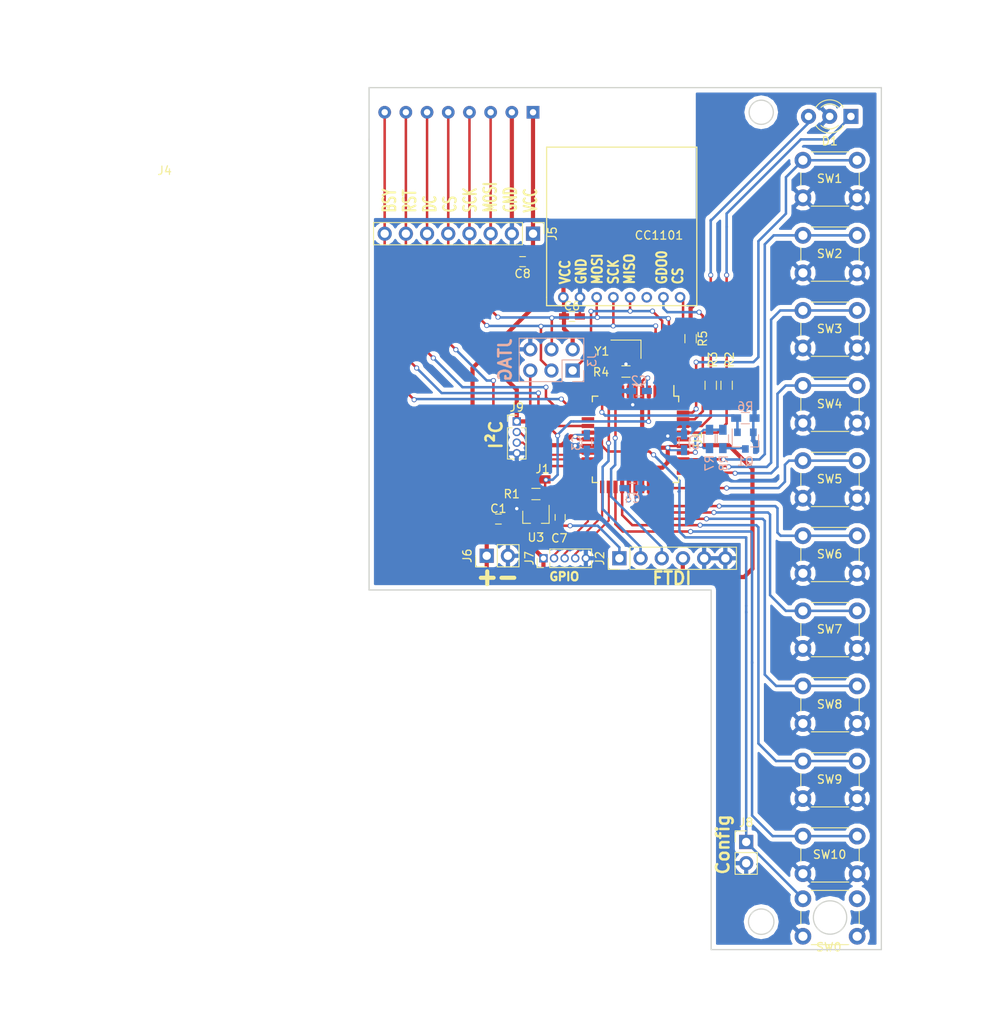
<source format=kicad_pcb>
(kicad_pcb (version 4) (host pcbnew 4.0.7)
  (layers (0 F.Cu signal) (31 B.Cu signal) (34 B.Paste user hide) (35 F.Paste user hide) (36 B.SilkS user) (37 F.SilkS user) (38 B.Mask user hide) (39 F.Mask user hide) (44 Edge.Cuts user))
  (net 0 "")
  (net 1 VCC)
  (net 2 GND)
  (net 3 /DTR)
  (net 4 /RESET)
  (net 5 "Net-(D1-Pad1)")
  (net 6 /TX)
  (net 7 /RX)
  (net 8 /MISO)
  (net 9 /MOSI)
  (net 10 /SCK)
  (net 11 /GxDC)
  (net 12 /GxBSY)
  (net 13 /GxCS)
  (net 14 /GxRST)
  (net 15 /LED2)
  (net 16 /LED1)
  (net 17 /CONFIG)
  (net 18 "Net-(U1-Pad14)")
  (net 19 /BTN9)
  (net 20 /BTN10)
  (net 21 /BTN1)
  (net 22 /BTN2)
  (net 23 /BTN3)
  (net 24 /BTN4)
  (net 25 /BTN5)
  (net 26 /BTN6)
  (net 27 /BTN7)
  (net 28 /BTN8)
  (net 29 /GDO0)
  (net 30 /CS)
  (net 31 "Net-(U2-Pad6)")
  (net 32 "Net-(D1-Pad3)")
  (net 33 "Net-(R4-Pad1)")
  (net 34 "Net-(R4-Pad2)")
  (net 35 /GPIO1)
  (net 36 /GPIO2)
  (net 37 /GPIO3)
  (net 38 /BI_EN)
  (net 39 "Net-(Q1-Pad3)")
  (net 40 /BI_MEAS)
  (net 41 /SCL)
  (net 42 /SDA)
  (module Capacitors_SMD:C_0603_HandSoldering (layer F.Cu) (at 74.50008 85.50008)
    (fp_text reference C1 (at 0 -1.25) (layer F.SilkS))
    (fp_text value 10u)
    (pad 1 smd rect (at -0.95 0) (size 1.2 0.75) (layers F.Cu F.Paste F.Mask) (net 1 VCC))
    (pad 2 smd rect (at 0.95 0) (size 1.2 0.75) (layers F.Cu F.Paste F.Mask) (net 2 GND))
  )
  (module Capacitors_SMD:C_0603_HandSoldering (layer B.Cu) (at 91.35008 70.15008 180)
    (fp_text reference C2 (at 0 1.25 180) (layer B.SilkS) (effects (justify mirror)))
    (fp_text value 100n)
    (pad 1 smd rect (at -0.95 0 180) (size 1.2 0.75) (layers B.Cu B.Paste B.Mask) (net 1 VCC))
    (pad 2 smd rect (at 0.95 0 180) (size 1.2 0.75) (layers B.Cu B.Paste B.Mask) (net 2 GND))
  )
  (module Capacitors_SMD:C_0603_HandSoldering (layer B.Cu) (at 85.10008 76.35008 270)
    (fp_text reference C3 (at 0 1.25 270) (layer B.SilkS) (effects (justify mirror)))
    (fp_text value 100n)
    (pad 1 smd rect (at -0.95 0 270) (size 1.2 0.75) (layers B.Cu B.Paste B.Mask) (net 1 VCC))
    (pad 2 smd rect (at 0.95 0 270) (size 1.2 0.75) (layers B.Cu B.Paste B.Mask) (net 2 GND))
  )
  (module Capacitors_SMD:C_0603_HandSoldering (layer B.Cu) (at 90.55008 81.80008)
    (fp_text reference C4 (at 0 1.25) (layer B.SilkS) (effects (justify mirror)))
    (fp_text value 100n)
    (pad 1 smd rect (at -0.95 0) (size 1.2 0.75) (layers B.Cu B.Paste B.Mask) (net 1 VCC))
    (pad 2 smd rect (at 0.95 0) (size 1.2 0.75) (layers B.Cu B.Paste B.Mask) (net 2 GND))
  )
  (module Capacitors_SMD:C_0603_HandSoldering (layer B.Cu) (at 96.75008 76.30008 90)
    (fp_text reference C5 (at 0 1.25 90) (layer B.SilkS) (effects (justify mirror)))
    (fp_text value 100n)
    (pad 1 smd rect (at -0.95 0 90) (size 1.2 0.75) (layers B.Cu B.Paste B.Mask) (net 1 VCC))
    (pad 2 smd rect (at 0.95 0 90) (size 1.2 0.75) (layers B.Cu B.Paste B.Mask) (net 2 GND))
  )
  (module Capacitors_SMD:C_0603_HandSoldering (layer F.Cu) (at 83.31208 61.21408)
    (fp_text reference C6 (at 0 -1.25) (layer F.SilkS))
    (fp_text value 1u)
    (pad 1 smd rect (at -0.95 0) (size 1.2 0.75) (layers F.Cu F.Paste F.Mask) (net 1 VCC))
    (pad 2 smd rect (at 0.95 0) (size 1.2 0.75) (layers F.Cu F.Paste F.Mask) (net 2 GND))
  )
  (module Capacitors_SMD:C_0603_HandSoldering (layer F.Cu) (at 81.90008 85.30008 90)
    (fp_text reference C7 (at -2.5 -0.1 180) (layer F.SilkS))
    (fp_text value 100n)
    (pad 1 smd rect (at -0.95 0 90) (size 1.2 0.75) (layers F.Cu F.Paste F.Mask) (net 3 /DTR))
    (pad 2 smd rect (at 0.95 0 90) (size 1.2 0.75) (layers F.Cu F.Paste F.Mask) (net 4 /RESET))
  )
  (module Capacitors_SMD:C_0603_HandSoldering (layer F.Cu) (at 77.40008 54.65008 180)
    (fp_text reference C8 (at 0 -1.45 180) (layer F.SilkS))
    (fp_text value 1u)
    (pad 1 smd rect (at -0.95 0 180) (size 1.2 0.75) (layers F.Cu F.Paste F.Mask) (net 1 VCC))
    (pad 2 smd rect (at 0.95 0 180) (size 1.2 0.75) (layers F.Cu F.Paste F.Mask) (net 2 GND))
  )
  (module Testpads:Testpad (layer F.Cu) (at 79.75008 80.75008 270)
    (fp_text reference J1 (at -1.25 -0.05 360) (layer F.SilkS))
    (fp_text value Reset)
    (pad 1 smd rect (at 0 0 270) (size 1 2) (layers F.Cu F.Paste F.Mask) (net 4 /RESET))
  )
  (module Pin_Headers:Pin_Header_Straight_1x06_Pitch2.54mm (layer F.Cu) (at 89.00008 90.20008 90)
    (fp_text reference J2 (at 0 -2.33 90) (layer F.SilkS))
    (fp_text value FTDI)
    (pad 1 thru_hole rect (at 0 0 90) (size 1.7 1.7) (drill 1) (layers *.Cu *.Mask) (net 3 /DTR))
    (pad 2 thru_hole oval (at 0 2.54 90) (size 1.7 1.7) (drill 1) (layers *.Cu *.Mask) (net 6 /TX))
    (pad 3 thru_hole oval (at 0 5.08 90) (size 1.7 1.7) (drill 1) (layers *.Cu *.Mask) (net 7 /RX))
    (pad 4 thru_hole oval (at 0 7.62 90) (size 1.7 1.7) (drill 1) (layers *.Cu *.Mask) (net 1 VCC))
    (pad 5 thru_hole oval (at 0 10.16 90) (size 1.7 1.7) (drill 1) (layers *.Cu *.Mask) (net 2 GND))
    (pad 6 thru_hole oval (at 0 12.7 90) (size 1.7 1.7) (drill 1) (layers *.Cu *.Mask) (net 2 GND))
  )
  (module Pin_Headers:Pin_Header_Straight_1x02_Pitch2.54mm (layer F.Cu) (at 73.10008 89.90008 90)
    (fp_text reference J6 (at 0 -2.33 90) (layer F.SilkS))
    (fp_text value Supply)
    (pad 1 thru_hole rect (at 0 0 90) (size 1.7 1.7) (drill 1) (layers *.Cu *.Mask) (net 1 VCC))
    (pad 2 thru_hole oval (at 0 2.54 90) (size 1.7 1.7) (drill 1) (layers *.Cu *.Mask) (net 2 GND))
  )
  (module Resistors_SMD:R_0603_HandSoldering (layer F.Cu) (at 79.00008 82.50008)
    (fp_text reference R1 (at -2.9 0) (layer F.SilkS))
    (fp_text value 10k)
    (pad 1 smd rect (at -1.1 0) (size 1.2 0.9) (layers F.Cu F.Paste F.Mask) (net 1 VCC))
    (pad 2 smd rect (at 1.1 0) (size 1.2 0.9) (layers F.Cu F.Paste F.Mask) (net 4 /RESET))
  )
  (module Resistors_SMD:R_0603_HandSoldering (layer F.Cu) (at 101.85408 69.46908 270)
    (fp_text reference R2 (at -3.069 -0.346 270) (layer F.SilkS))
    (fp_text value R)
    (pad 1 smd rect (at -1.1 0 270) (size 1.2 0.9) (layers F.Cu F.Paste F.Mask) (net 5 "Net-(D1-Pad1)"))
    (pad 2 smd rect (at 1.1 0 270) (size 1.2 0.9) (layers F.Cu F.Paste F.Mask) (net 16 /LED1))
  )
  (module Resistors_SMD:R_0603_HandSoldering (layer F.Cu) (at 99.94908 69.46908 270)
    (fp_text reference R3 (at -3.069 -0.251 270) (layer F.SilkS))
    (fp_text value R)
    (pad 1 smd rect (at -1.1 0 270) (size 1.2 0.9) (layers F.Cu F.Paste F.Mask) (net 32 "Net-(D1-Pad3)"))
    (pad 2 smd rect (at 1.1 0 270) (size 1.2 0.9) (layers F.Cu F.Paste F.Mask) (net 15 /LED2))
  )
  (module Buttons_Switches_THT:SW_PUSH_6mm (layer F.Cu) (at 111.00008 131.00008)
    (fp_text reference SW0 (at 3.1 5.8) (layer F.SilkS))
    (fp_text value SW_Push)
    (pad 2 thru_hole circle (at 0 4.5 90) (size 2 2) (drill 1.1) (layers *.Cu *.Mask) (net 2 GND))
    (pad 1 thru_hole circle (at 0 0 90) (size 2 2) (drill 1.1) (layers *.Cu *.Mask) (net 17 /CONFIG))
    (pad 2 thru_hole circle (at 6.5 4.5 90) (size 2 2) (drill 1.1) (layers *.Cu *.Mask) (net 2 GND))
    (pad 1 thru_hole circle (at 6.5 0 90) (size 2 2) (drill 1.1) (layers *.Cu *.Mask) (net 17 /CONFIG))
  )
  (module Buttons_Switches_THT:SW_PUSH_6mm (layer F.Cu) (at 111.00008 42.50008)
    (fp_text reference SW1 (at 3.2 2.2) (layer F.SilkS))
    (fp_text value SW_Push)
    (pad 2 thru_hole circle (at 0 4.5 90) (size 2 2) (drill 1.1) (layers *.Cu *.Mask) (net 2 GND))
    (pad 1 thru_hole circle (at 0 0 90) (size 2 2) (drill 1.1) (layers *.Cu *.Mask) (net 21 /BTN1))
    (pad 2 thru_hole circle (at 6.5 4.5 90) (size 2 2) (drill 1.1) (layers *.Cu *.Mask) (net 2 GND))
    (pad 1 thru_hole circle (at 6.5 0 90) (size 2 2) (drill 1.1) (layers *.Cu *.Mask) (net 21 /BTN1))
  )
  (module Buttons_Switches_THT:SW_PUSH_6mm (layer F.Cu) (at 111.00008 51.50008)
    (fp_text reference SW2 (at 3.2 2.2) (layer F.SilkS))
    (fp_text value SW_Push)
    (pad 2 thru_hole circle (at 0 4.5 90) (size 2 2) (drill 1.1) (layers *.Cu *.Mask) (net 2 GND))
    (pad 1 thru_hole circle (at 0 0 90) (size 2 2) (drill 1.1) (layers *.Cu *.Mask) (net 22 /BTN2))
    (pad 2 thru_hole circle (at 6.5 4.5 90) (size 2 2) (drill 1.1) (layers *.Cu *.Mask) (net 2 GND))
    (pad 1 thru_hole circle (at 6.5 0 90) (size 2 2) (drill 1.1) (layers *.Cu *.Mask) (net 22 /BTN2))
  )
  (module Buttons_Switches_THT:SW_PUSH_6mm (layer F.Cu) (at 111.00008 60.50008)
    (fp_text reference SW3 (at 3.2 2.2) (layer F.SilkS))
    (fp_text value SW_Push)
    (pad 2 thru_hole circle (at 0 4.5 90) (size 2 2) (drill 1.1) (layers *.Cu *.Mask) (net 2 GND))
    (pad 1 thru_hole circle (at 0 0 90) (size 2 2) (drill 1.1) (layers *.Cu *.Mask) (net 23 /BTN3))
    (pad 2 thru_hole circle (at 6.5 4.5 90) (size 2 2) (drill 1.1) (layers *.Cu *.Mask) (net 2 GND))
    (pad 1 thru_hole circle (at 6.5 0 90) (size 2 2) (drill 1.1) (layers *.Cu *.Mask) (net 23 /BTN3))
  )
  (module Buttons_Switches_THT:SW_PUSH_6mm (layer F.Cu) (at 111.00008 69.50008)
    (fp_text reference SW4 (at 3.2 2.2) (layer F.SilkS))
    (fp_text value SW_Push)
    (pad 2 thru_hole circle (at 0 4.5 90) (size 2 2) (drill 1.1) (layers *.Cu *.Mask) (net 2 GND))
    (pad 1 thru_hole circle (at 0 0 90) (size 2 2) (drill 1.1) (layers *.Cu *.Mask) (net 24 /BTN4))
    (pad 2 thru_hole circle (at 6.5 4.5 90) (size 2 2) (drill 1.1) (layers *.Cu *.Mask) (net 2 GND))
    (pad 1 thru_hole circle (at 6.5 0 90) (size 2 2) (drill 1.1) (layers *.Cu *.Mask) (net 24 /BTN4))
  )
  (module Buttons_Switches_THT:SW_PUSH_6mm (layer F.Cu) (at 111.00008 78.50008)
    (fp_text reference SW5 (at 3.2 2.2) (layer F.SilkS))
    (fp_text value SW_Push)
    (pad 2 thru_hole circle (at 0 4.5 90) (size 2 2) (drill 1.1) (layers *.Cu *.Mask) (net 2 GND))
    (pad 1 thru_hole circle (at 0 0 90) (size 2 2) (drill 1.1) (layers *.Cu *.Mask) (net 25 /BTN5))
    (pad 2 thru_hole circle (at 6.5 4.5 90) (size 2 2) (drill 1.1) (layers *.Cu *.Mask) (net 2 GND))
    (pad 1 thru_hole circle (at 6.5 0 90) (size 2 2) (drill 1.1) (layers *.Cu *.Mask) (net 25 /BTN5))
  )
  (module Buttons_Switches_THT:SW_PUSH_6mm (layer F.Cu) (at 111.00008 87.50008)
    (fp_text reference SW6 (at 3.2 2.2) (layer F.SilkS))
    (fp_text value SW_Push)
    (pad 2 thru_hole circle (at 0 4.5 90) (size 2 2) (drill 1.1) (layers *.Cu *.Mask) (net 2 GND))
    (pad 1 thru_hole circle (at 0 0 90) (size 2 2) (drill 1.1) (layers *.Cu *.Mask) (net 26 /BTN6))
    (pad 2 thru_hole circle (at 6.5 4.5 90) (size 2 2) (drill 1.1) (layers *.Cu *.Mask) (net 2 GND))
    (pad 1 thru_hole circle (at 6.5 0 90) (size 2 2) (drill 1.1) (layers *.Cu *.Mask) (net 26 /BTN6))
  )
  (module Buttons_Switches_THT:SW_PUSH_6mm (layer F.Cu) (at 111.00008 96.50008)
    (fp_text reference SW7 (at 3.2 2.2) (layer F.SilkS))
    (fp_text value SW_Push)
    (pad 2 thru_hole circle (at 0 4.5 90) (size 2 2) (drill 1.1) (layers *.Cu *.Mask) (net 2 GND))
    (pad 1 thru_hole circle (at 0 0 90) (size 2 2) (drill 1.1) (layers *.Cu *.Mask) (net 27 /BTN7))
    (pad 2 thru_hole circle (at 6.5 4.5 90) (size 2 2) (drill 1.1) (layers *.Cu *.Mask) (net 2 GND))
    (pad 1 thru_hole circle (at 6.5 0 90) (size 2 2) (drill 1.1) (layers *.Cu *.Mask) (net 27 /BTN7))
  )
  (module Buttons_Switches_THT:SW_PUSH_6mm (layer F.Cu) (at 111.00008 105.50008)
    (fp_text reference SW8 (at 3.2 2.2) (layer F.SilkS))
    (fp_text value SW_Push)
    (pad 2 thru_hole circle (at 0 4.5 90) (size 2 2) (drill 1.1) (layers *.Cu *.Mask) (net 2 GND))
    (pad 1 thru_hole circle (at 0 0 90) (size 2 2) (drill 1.1) (layers *.Cu *.Mask) (net 28 /BTN8))
    (pad 2 thru_hole circle (at 6.5 4.5 90) (size 2 2) (drill 1.1) (layers *.Cu *.Mask) (net 2 GND))
    (pad 1 thru_hole circle (at 6.5 0 90) (size 2 2) (drill 1.1) (layers *.Cu *.Mask) (net 28 /BTN8))
  )
  (module Buttons_Switches_THT:SW_PUSH_6mm (layer F.Cu) (at 111.00008 114.50008)
    (fp_text reference SW9 (at 3.2 2.2) (layer F.SilkS))
    (fp_text value SW_Push)
    (pad 2 thru_hole circle (at 0 4.5 90) (size 2 2) (drill 1.1) (layers *.Cu *.Mask) (net 2 GND))
    (pad 1 thru_hole circle (at 0 0 90) (size 2 2) (drill 1.1) (layers *.Cu *.Mask) (net 19 /BTN9))
    (pad 2 thru_hole circle (at 6.5 4.5 90) (size 2 2) (drill 1.1) (layers *.Cu *.Mask) (net 2 GND))
    (pad 1 thru_hole circle (at 6.5 0 90) (size 2 2) (drill 1.1) (layers *.Cu *.Mask) (net 19 /BTN9))
  )
  (module Buttons_Switches_THT:SW_PUSH_6mm (layer F.Cu) (at 111.00008 123.50008)
    (fp_text reference SW10 (at 3.2 2.2) (layer F.SilkS))
    (fp_text value SW_Push)
    (pad 2 thru_hole circle (at 0 4.5 90) (size 2 2) (drill 1.1) (layers *.Cu *.Mask) (net 2 GND))
    (pad 1 thru_hole circle (at 0 0 90) (size 2 2) (drill 1.1) (layers *.Cu *.Mask) (net 20 /BTN10))
    (pad 2 thru_hole circle (at 6.5 4.5 90) (size 2 2) (drill 1.1) (layers *.Cu *.Mask) (net 2 GND))
    (pad 1 thru_hole circle (at 6.5 0 90) (size 2 2) (drill 1.1) (layers *.Cu *.Mask) (net 20 /BTN10))
  )
  (module CC1101_module:CC1101_Module (layer F.Cu) (at 89.28108 58.92808)
    (fp_text reference U2 hide)
    (fp_text value CC1101)
    (fp_text user CC1101 (at 4.469 -7.428 180) (layer F.SilkS))
    (pad 1 thru_hole oval (at -7 0) (size 1.27 1.27) (drill 0.762) (layers *.Cu *.Mask) (net 1 VCC))
    (pad 2 thru_hole oval (at -5 0) (size 1.27 1.27) (drill 0.762) (layers *.Cu *.Mask) (net 2 GND))
    (pad 3 thru_hole circle (at -3 0) (size 1.27 1.27) (drill 0.762) (layers *.Cu *.Mask) (net 9 /MOSI))
    (pad 4 thru_hole circle (at -1 0) (size 1.27 1.27) (drill 0.762) (layers *.Cu *.Mask) (net 10 /SCK))
    (pad 5 thru_hole circle (at 1 0) (size 1.27 1.27) (drill 0.762) (layers *.Cu *.Mask) (net 8 /MISO))
    (pad 6 thru_hole circle (at 3 0) (size 1.27 1.27) (drill 0.762) (layers *.Cu *.Mask) (net 31 "Net-(U2-Pad6)"))
    (pad 7 thru_hole circle (at 5 0) (size 1.27 1.27) (drill 0.762) (layers *.Cu *.Mask) (net 29 /GDO0))
    (pad 8 thru_hole circle (at 7 0) (size 1.27 1.27) (drill 0.762) (layers *.Cu *.Mask) (net 30 /CS))
  )
  (module LEDs:LED_D3.0mm-3 (layer F.Cu) (at 116.75008 37.25008 180)
    (fp_text reference D1 (at 2.54 -2.96 180) (layer F.SilkS))
    (fp_text value LED_Dual)
    (pad 1 thru_hole rect (at 0 0 180) (size 1.8 1.8) (drill 0.9) (layers *.Cu *.Mask) (net 5 "Net-(D1-Pad1)"))
    (pad 2 thru_hole circle (at 2.54 0 180) (size 1.8 1.8) (drill 0.9) (layers *.Cu *.Mask) (net 2 GND))
    (pad 3 thru_hole circle (at 5.08 0 180) (size 1.8 1.8) (drill 0.9) (layers *.Cu *.Mask) (net 32 "Net-(D1-Pad3)"))
  )
  (module Resistors_SMD:R_0603_HandSoldering (layer F.Cu) (at 89.78908 67.81808 180)
    (fp_text reference R4 (at 2.989 -0.082 180) (layer F.SilkS))
    (fp_text value 1M)
    (pad 1 smd rect (at -1.1 0 180) (size 1.2 0.9) (layers F.Cu F.Paste F.Mask) (net 33 "Net-(R4-Pad1)"))
    (pad 2 smd rect (at 1.1 0 180) (size 1.2 0.9) (layers F.Cu F.Paste F.Mask) (net 34 "Net-(R4-Pad2)"))
  )
  (module Resonators:Resonator_SMD_muRata_TPSKA-3pin_7.9x3.8mm_HandSoldering (layer F.Cu) (at 89.78908 65.15108 180)
    (fp_text reference Y1 (at 2.889 -0.249 180) (layer F.SilkS))
    (fp_text value Resonator)
    (pad 1 smd rect (at -1.2 0 180) (size 0.4 2.1) (layers F.Cu F.Paste F.Mask) (net 33 "Net-(R4-Pad1)"))
    (pad 2 smd rect (at 0 0 180) (size 0.4 2.1) (layers F.Cu F.Paste F.Mask) (net 2 GND))
    (pad 3 smd rect (at 1.2 0 180) (size 0.4 2.1) (layers F.Cu F.Paste F.Mask) (net 34 "Net-(R4-Pad2)"))
  )
  (module Waveshare_ePaper:Waveshare_4.2inch_Module (layer F.Cu) (at 70.00008 85.25008)
    (fp_text reference J4 (at -35.5 -41.5) (layer F.SilkS))
    (fp_text value ePaper)
    (pad 1 thru_hole rect (at 8.65 -48.5) (size 1.524 1.524) (drill 0.762) (layers *.Cu *.Mask) (net 1 VCC))
    (pad 2 thru_hole circle (at 6.11 -48.5) (size 1.524 1.524) (drill 0.762) (layers *.Cu *.Mask) (net 2 GND))
    (pad 3 thru_hole circle (at 3.57 -48.5) (size 1.524 1.524) (drill 0.762) (layers *.Cu *.Mask) (net 9 /MOSI))
    (pad 4 thru_hole circle (at 1.03 -48.5) (size 1.524 1.524) (drill 0.762) (layers *.Cu *.Mask) (net 10 /SCK))
    (pad 5 thru_hole circle (at -1.51 -48.5) (size 1.524 1.524) (drill 0.762) (layers *.Cu *.Mask) (net 13 /GxCS))
    (pad 6 thru_hole circle (at -4.05 -48.5) (size 1.524 1.524) (drill 0.762) (layers *.Cu *.Mask) (net 11 /GxDC))
    (pad 7 thru_hole circle (at -6.59 -48.5) (size 1.524 1.524) (drill 0.762) (layers *.Cu *.Mask) (net 14 /GxRST))
    (pad 8 thru_hole circle (at -9.13 -48.5) (size 1.524 1.524) (drill 0.762) (layers *.Cu *.Mask) (net 12 /GxBSY))
  )
  (module Resistors_SMD:R_0603_HandSoldering (layer F.Cu) (at 97.53608 63.88108 270)
    (fp_text reference R5 (at 0 -1.45 270) (layer F.SilkS))
    (fp_text value 10k)
    (pad 1 smd rect (at -1.1 0 270) (size 1.2 0.9) (layers F.Cu F.Paste F.Mask) (net 1 VCC))
    (pad 2 smd rect (at 1.1 0 270) (size 1.2 0.9) (layers F.Cu F.Paste F.Mask) (net 30 /CS))
  )
  (module TO_SOT_Packages_SMD:SOT-23 (layer F.Cu) (at 79.00008 85.25008 270)
    (fp_text reference U3 (at 2.45 0 360) (layer F.SilkS))
    (fp_text value MCP111)
    (pad 1 smd rect (at -1 -0.95 270) (size 0.9 0.8) (layers F.Cu F.Paste F.Mask) (net 4 /RESET))
    (pad 2 smd rect (at -1 0.95 270) (size 0.9 0.8) (layers F.Cu F.Paste F.Mask) (net 2 GND))
    (pad 3 smd rect (at 1 0 270) (size 0.9 0.8) (layers F.Cu F.Paste F.Mask) (net 1 VCC))
  )
  (module Pin_Headers:Pin_Header_Straight_1x08_Pitch2.54mm (layer F.Cu) (at 78.65008 51.30008 270)
    (fp_text reference J5 (at 0 -2.33 270) (layer F.SilkS))
    (fp_text value ePaper_TestPoints)
    (pad 1 thru_hole rect (at 0 0 270) (size 1.7 1.7) (drill 1) (layers *.Cu *.Mask) (net 1 VCC))
    (pad 2 thru_hole oval (at 0 2.54 270) (size 1.7 1.7) (drill 1) (layers *.Cu *.Mask) (net 2 GND))
    (pad 3 thru_hole oval (at 0 5.08 270) (size 1.7 1.7) (drill 1) (layers *.Cu *.Mask) (net 9 /MOSI))
    (pad 4 thru_hole oval (at 0 7.62 270) (size 1.7 1.7) (drill 1) (layers *.Cu *.Mask) (net 10 /SCK))
    (pad 5 thru_hole oval (at 0 10.16 270) (size 1.7 1.7) (drill 1) (layers *.Cu *.Mask) (net 13 /GxCS))
    (pad 6 thru_hole oval (at 0 12.7 270) (size 1.7 1.7) (drill 1) (layers *.Cu *.Mask) (net 11 /GxDC))
    (pad 7 thru_hole oval (at 0 15.24 270) (size 1.7 1.7) (drill 1) (layers *.Cu *.Mask) (net 14 /GxRST))
    (pad 8 thru_hole oval (at 0 17.78 270) (size 1.7 1.7) (drill 1) (layers *.Cu *.Mask) (net 12 /GxBSY))
  )
  (module TO_SOT_Packages_SMD:SOT-23 (layer B.Cu) (at 104.10008 76.10008 270)
    (fp_text reference Q1 (at 2.5 0 360) (layer B.SilkS) (effects (justify mirror)))
    (fp_text value IRLML6344)
    (pad 1 smd rect (at -1 0.95 270) (size 0.9 0.8) (layers B.Cu B.Paste B.Mask) (net 38 /BI_EN))
    (pad 2 smd rect (at -1 -0.95 270) (size 0.9 0.8) (layers B.Cu B.Paste B.Mask) (net 2 GND))
    (pad 3 smd rect (at 1 0 270) (size 0.9 0.8) (layers B.Cu B.Paste B.Mask) (net 39 "Net-(Q1-Pad3)"))
  )
  (module Resistors_SMD:R_0603_HandSoldering (layer B.Cu) (at 104.10008 73.40008)
    (fp_text reference R6 (at 0 -1.4) (layer B.SilkS) (effects (justify mirror)))
    (fp_text value 4k7)
    (pad 1 smd rect (at -1.1 0) (size 1.2 0.9) (layers B.Cu B.Paste B.Mask) (net 38 /BI_EN))
    (pad 2 smd rect (at 1.1 0) (size 1.2 0.9) (layers B.Cu B.Paste B.Mask) (net 2 GND))
  )
  (module Resistors_SMD:R_0603_HandSoldering (layer B.Cu) (at 99.80008 75.90008 90)
    (fp_text reference R7 (at -2.9 0 90) (layer B.SilkS) (effects (justify mirror)))
    (fp_text value 8.2)
    (pad 1 smd rect (at -1.1 0 90) (size 1.2 0.9) (layers B.Cu B.Paste B.Mask) (net 1 VCC))
    (pad 2 smd rect (at 1.1 0 90) (size 1.2 0.9) (layers B.Cu B.Paste B.Mask) (net 40 /BI_MEAS))
  )
  (module Resistors_SMD:R_0603_HandSoldering (layer B.Cu) (at 101.40008 75.90008 270)
    (fp_text reference R8 (at 2.9 -0.1 270) (layer B.SilkS) (effects (justify mirror)))
    (fp_text value 8.2)
    (pad 1 smd rect (at -1.1 0 270) (size 1.2 0.9) (layers B.Cu B.Paste B.Mask) (net 40 /BI_MEAS))
    (pad 2 smd rect (at 1.1 0 270) (size 1.2 0.9) (layers B.Cu B.Paste B.Mask) (net 39 "Net-(Q1-Pad3)"))
  )
  (module Pin_Headers:Pin_Header_Straight_2x03_Pitch2.54mm (layer B.Cu) (at 83.40008 67.70008 90)
    (fp_text reference J3 (at 1.27 2.33 90) (layer B.SilkS) (effects (justify mirror)))
    (fp_text value ISP)
    (pad 1 thru_hole rect (at 0 0 90) (size 1.7 1.7) (drill 1) (layers *.Cu *.Mask) (net 8 /MISO))
    (pad 2 thru_hole oval (at 2.54 0 90) (size 1.7 1.7) (drill 1) (layers *.Cu *.Mask) (net 1 VCC))
    (pad 3 thru_hole oval (at 0 -2.54 90) (size 1.7 1.7) (drill 1) (layers *.Cu *.Mask) (net 10 /SCK))
    (pad 4 thru_hole oval (at 2.54 -2.54 90) (size 1.7 1.7) (drill 1) (layers *.Cu *.Mask) (net 9 /MOSI))
    (pad 5 thru_hole oval (at 0 -5.08 90) (size 1.7 1.7) (drill 1) (layers *.Cu *.Mask) (net 4 /RESET))
    (pad 6 thru_hole oval (at 2.54 -5.08 90) (size 1.7 1.7) (drill 1) (layers *.Cu *.Mask) (net 2 GND))
  )
  (module Pin_Headers:Pin_Header_Straight_1x05_Pitch1.27mm (layer F.Cu) (at 79.90008 90.20008 90)
    (fp_text reference J7 (at 0 -1.695 90) (layer F.SilkS))
    (fp_text value Conn_GPIO)
    (pad 1 thru_hole rect (at 0 0 90) (size 1 1) (drill 0.65) (layers *.Cu *.Mask) (net 1 VCC))
    (pad 2 thru_hole oval (at 0 1.27 90) (size 1 1) (drill 0.65) (layers *.Cu *.Mask) (net 35 /GPIO1))
    (pad 3 thru_hole oval (at 0 2.54 90) (size 1 1) (drill 0.65) (layers *.Cu *.Mask) (net 36 /GPIO2))
    (pad 4 thru_hole oval (at 0 3.81 90) (size 1 1) (drill 0.65) (layers *.Cu *.Mask) (net 37 /GPIO3))
    (pad 5 thru_hole oval (at 0 5.08 90) (size 1 1) (drill 0.65) (layers *.Cu *.Mask) (net 2 GND))
  )
  (module Pin_Headers:Pin_Header_Straight_1x02_Pitch2.54mm (layer F.Cu) (at 104.20008 124.20008)
    (fp_text reference J8 (at 0 -2.33) (layer F.SilkS))
    (fp_text value Config)
    (pad 1 thru_hole rect (at 0 0) (size 1.7 1.7) (drill 1) (layers *.Cu *.Mask) (net 17 /CONFIG))
    (pad 2 thru_hole oval (at 0 2.54) (size 1.7 1.7) (drill 1) (layers *.Cu *.Mask) (net 2 GND))
  )
  (module Pin_Headers:Pin_Header_Straight_1x04_Pitch1.27mm (layer F.Cu) (at 76.70008 73.80008)
    (fp_text reference J9 (at 0 -1.695) (layer F.SilkS))
    (fp_text value Conn_I2C)
    (pad 1 thru_hole rect (at 0 0) (size 1 1) (drill 0.65) (layers *.Cu *.Mask) (net 1 VCC))
    (pad 2 thru_hole oval (at 0 1.27) (size 1 1) (drill 0.65) (layers *.Cu *.Mask) (net 41 /SCL))
    (pad 3 thru_hole oval (at 0 2.54) (size 1 1) (drill 0.65) (layers *.Cu *.Mask) (net 42 /SDA))
    (pad 4 thru_hole oval (at 0 3.81) (size 1 1) (drill 0.65) (layers *.Cu *.Mask) (net 2 GND))
  )
  (module "TQFP Housings:TQFP-44_10x10mm_Pitch0.8mm_HandSoldering" (layer F.Cu) (at 90.93208 75.94608 270)
    (fp_text reference U1 (at 0 -7.45 270) (layer F.SilkS))
    (fp_text value ATMEGA1284P-AU)
    (pad 1 smd rect (at -5.7 -4 270) (size 1.5 0.5) (layers F.Cu F.Paste F.Mask) (net 9 /MOSI))
    (pad 2 smd rect (at -5.7 -3.2 270) (size 1.5 0.5) (layers F.Cu F.Paste F.Mask) (net 8 /MISO))
    (pad 3 smd rect (at -5.7 -2.4 270) (size 1.5 0.5) (layers F.Cu F.Paste F.Mask) (net 10 /SCK))
    (pad 4 smd rect (at -5.7 -1.6 270) (size 1.5 0.5) (layers F.Cu F.Paste F.Mask) (net 4 /RESET))
    (pad 5 smd rect (at -5.7 -0.8 270) (size 1.5 0.5) (layers F.Cu F.Paste F.Mask) (net 1 VCC))
    (pad 6 smd rect (at -5.7 0 270) (size 1.5 0.5) (layers F.Cu F.Paste F.Mask) (net 2 GND))
    (pad 7 smd rect (at -5.7 0.8 270) (size 1.5 0.5) (layers F.Cu F.Paste F.Mask) (net 33 "Net-(R4-Pad1)"))
    (pad 8 smd rect (at -5.7 1.6 270) (size 1.5 0.5) (layers F.Cu F.Paste F.Mask) (net 34 "Net-(R4-Pad2)"))
    (pad 9 smd rect (at -5.7 2.4 270) (size 1.5 0.5) (layers F.Cu F.Paste F.Mask) (net 7 /RX))
    (pad 10 smd rect (at -5.7 3.2 270) (size 1.5 0.5) (layers F.Cu F.Paste F.Mask) (net 6 /TX))
    (pad 11 smd rect (at -5.7 4 270) (size 1.5 0.5) (layers F.Cu F.Paste F.Mask) (net 38 /BI_EN))
    (pad 12 smd rect (at -4 5.7) (size 1.5 0.5) (layers F.Cu F.Paste F.Mask) (net 12 /GxBSY))
    (pad 13 smd rect (at -3.2 5.7) (size 1.5 0.5) (layers F.Cu F.Paste F.Mask) (net 11 /GxDC))
    (pad 14 smd rect (at -2.4 5.7) (size 1.5 0.5) (layers F.Cu F.Paste F.Mask) (net 18 "Net-(U1-Pad14)"))
    (pad 15 smd rect (at -1.6 5.7) (size 1.5 0.5) (layers F.Cu F.Paste F.Mask) (net 14 /GxRST))
    (pad 16 smd rect (at -0.8 5.7) (size 1.5 0.5) (layers F.Cu F.Paste F.Mask) (net 17 /CONFIG))
    (pad 17 smd rect (at 0 5.7) (size 1.5 0.5) (layers F.Cu F.Paste F.Mask) (net 1 VCC))
    (pad 18 smd rect (at 0.8 5.7) (size 1.5 0.5) (layers F.Cu F.Paste F.Mask) (net 2 GND))
    (pad 19 smd rect (at 1.6 5.7) (size 1.5 0.5) (layers F.Cu F.Paste F.Mask) (net 41 /SCL))
    (pad 20 smd rect (at 2.4 5.7) (size 1.5 0.5) (layers F.Cu F.Paste F.Mask) (net 42 /SDA))
    (pad 21 smd rect (at 3.2 5.7) (size 1.5 0.5) (layers F.Cu F.Paste F.Mask) (net 13 /GxCS))
    (pad 22 smd rect (at 4 5.7) (size 1.5 0.5) (layers F.Cu F.Paste F.Mask) (net 35 /GPIO1))
    (pad 23 smd rect (at 5.7 4 270) (size 1.5 0.5) (layers F.Cu F.Paste F.Mask) (net 36 /GPIO2))
    (pad 24 smd rect (at 5.7 3.2 270) (size 1.5 0.5) (layers F.Cu F.Paste F.Mask) (net 37 /GPIO3))
    (pad 25 smd rect (at 5.7 2.4 270) (size 1.5 0.5) (layers F.Cu F.Paste F.Mask) (net 20 /BTN10))
    (pad 26 smd rect (at 5.7 1.6 270) (size 1.5 0.5) (layers F.Cu F.Paste F.Mask) (net 19 /BTN9))
    (pad 27 smd rect (at 5.7 0.8 270) (size 1.5 0.5) (layers F.Cu F.Paste F.Mask) (net 1 VCC))
    (pad 28 smd rect (at 5.7 0 270) (size 1.5 0.5) (layers F.Cu F.Paste F.Mask) (net 2 GND))
    (pad 29 smd rect (at 5.7 -0.8 270) (size 1.5 0.5) (layers F.Cu F.Paste F.Mask) (net 1 VCC))
    (pad 30 smd rect (at 5.7 -1.6 270) (size 1.5 0.5) (layers F.Cu F.Paste F.Mask) (net 28 /BTN8))
    (pad 31 smd rect (at 5.7 -2.4 270) (size 1.5 0.5) (layers F.Cu F.Paste F.Mask) (net 27 /BTN7))
    (pad 32 smd rect (at 5.7 -3.2 270) (size 1.5 0.5) (layers F.Cu F.Paste F.Mask) (net 26 /BTN6))
    (pad 33 smd rect (at 5.7 -4 270) (size 1.5 0.5) (layers F.Cu F.Paste F.Mask) (net 25 /BTN5))
    (pad 34 smd rect (at 4 -5.7) (size 1.5 0.5) (layers F.Cu F.Paste F.Mask) (net 24 /BTN4))
    (pad 35 smd rect (at 3.2 -5.7) (size 1.5 0.5) (layers F.Cu F.Paste F.Mask) (net 23 /BTN3))
    (pad 36 smd rect (at 2.4 -5.7) (size 1.5 0.5) (layers F.Cu F.Paste F.Mask) (net 22 /BTN2))
    (pad 37 smd rect (at 1.6 -5.7) (size 1.5 0.5) (layers F.Cu F.Paste F.Mask) (net 40 /BI_MEAS))
    (pad 38 smd rect (at 0.8 -5.7) (size 1.5 0.5) (layers F.Cu F.Paste F.Mask) (net 1 VCC))
    (pad 39 smd rect (at 0 -5.7) (size 1.5 0.5) (layers F.Cu F.Paste F.Mask) (net 2 GND))
    (pad 40 smd rect (at -0.8 -5.7) (size 1.5 0.5) (layers F.Cu F.Paste F.Mask) (net 16 /LED1))
    (pad 41 smd rect (at -1.6 -5.7) (size 1.5 0.5) (layers F.Cu F.Paste F.Mask) (net 15 /LED2))
    (pad 42 smd rect (at -2.4 -5.7) (size 1.5 0.5) (layers F.Cu F.Paste F.Mask) (net 29 /GDO0))
    (pad 43 smd rect (at -3.2 -5.7) (size 1.5 0.5) (layers F.Cu F.Paste F.Mask) (net 21 /BTN1))
    (pad 44 smd rect (at -4 -5.7) (size 1.5 0.5) (layers F.Cu F.Paste F.Mask) (net 30 /CS))
  )
  (gr_line (start 120.40008 137.10008) (end 120.40008 33.80008) (angle 90) (layer Edge.Cuts) (width 0.15))
  (gr_text Config (at 101.40008 124.50008 90) (layer F.SilkS) (effects (font (size 1.5 1.5) (thickness 0.3))))
  (gr_text GPIO (at 82.40008 92.40008) (layer F.SilkS) (effects (font (size 1 1) (thickness 0.25))))
  (gr_text FTDI (at 95.30008 92.60008) (layer F.SilkS) (effects (font (size 1.5 1.5) (thickness 0.3))))
  (gr_text I²C (at 74.20008 75.40008 90) (layer F.SilkS) (effects (font (size 1.5 1.5) (thickness 0.3))))
  (gr_text JTAG (at 75.30008 66.40008 90) (layer B.SilkS) (effects (font (size 1.5 1.5) (thickness 0.3)) (justify mirror)))
  (gr_circle (center 114.25008 133.25008) (end 114.25008 135.25008) (layer Edge.Cuts) (width 0.15))
  (gr_line (start 100.00008 137.10008) (end 100.00008 94.00008) (angle 90) (layer Edge.Cuts) (width 0.15))
  (gr_line (start 100.00008 137.10008) (end 120.40008 137.10008) (angle 90) (layer Edge.Cuts) (width 0.15))
  (gr_line (start 100.00008 94.00008) (end 59.00008 94.00008) (angle 90) (layer Edge.Cuts) (width 0.15))
  (gr_text +- (at 74.40008 92.40008) (layer F.SilkS) (effects (font (size 2 2) (thickness 0.5))))
  (gr_text "BSY\nRST\nDC\nCS\nSCK\nMOSI\nGND\nVCC" (at 69.90008 48.90008 90) (layer F.SilkS) (effects (font (size 1.5 1) (thickness 0.25)) (justify left)))
  (gr_text "VCC\nGND\nMOSI\nSCK\nMISO\n\nGDO0\nCS" (at 89.25008 57.50008 90) (layer F.SilkS) (effects (font (size 1.2 1) (thickness 0.25)) (justify left)))
  (gr_circle (center 106 36.75) (end 107.05 37.75) (layer Edge.Cuts) (width 0.15))
  (gr_circle (center 106 133.75) (end 107.4 134.35) (layer Edge.Cuts) (width 0.15))
  (gr_line (start 59.00008 33.80008) (end 120.40008 33.80008) (angle 90) (layer Edge.Cuts) (width 0.15))
  (gr_line (start 59.00008 40.00008) (end 59.00008 33.80008) (angle 90) (layer Edge.Cuts) (width 0.15))
  (gr_line (start 59 94) (end 59 40) (angle 90) (layer Edge.Cuts) (width 0.15))
  (segment (start 96.60008 92.45008) (end 96.60008 90.22008) (width 0.5) (layer F.Cu) (net 1))
  (segment (start 96.60008 90.22008) (end 96.62008 90.20008) (width 0.5) (layer F.Cu) (net 1))
  (segment (start 98.75008 76.65008) (end 102.10008 76.65008) (width 0.5) (layer F.Cu) (net 1))
  (segment (start 103.95008 92.45008) (end 96.60008 92.45008) (width 0.5) (layer F.Cu) (net 1))
  (segment (start 96.60008 92.45008) (end 95.85008 92.45008) (width 0.5) (layer F.Cu) (net 1))
  (segment (start 104.95008 91.45008) (end 103.95008 92.45008) (width 0.5) (layer F.Cu) (net 1))
  (segment (start 104.95008 79.50008) (end 104.95008 91.45008) (width 0.5) (layer F.Cu) (net 1))
  (segment (start 102.10008 76.65008) (end 104.95008 79.50008) (width 0.5) (layer F.Cu) (net 1))
  (segment (start 79.00008 86.25008) (end 79.00008 89.30008) (width 0.5) (layer F.Cu) (net 1))
  (segment (start 79.00008 89.30008) (end 79.90008 90.20008) (width 0.5) (layer F.Cu) (net 1))
  (segment (start 91.73208 71.00008) (end 91.73208 74.83208) (width 0.5) (layer F.Cu) (net 1))
  (segment (start 93.85008 76.95008) (end 94.80008 76.95008) (width 0.5) (layer F.Cu) (net 1))
  (segment (start 91.73208 74.83208) (end 93.85008 76.95008) (width 0.5) (layer F.Cu) (net 1))
  (segment (start 91.70008 79.35008) (end 91.70008 81.61408) (width 0.5) (layer F.Cu) (net 1))
  (segment (start 91.70008 81.61408) (end 91.73208 81.64608) (width 0.5) (layer F.Cu) (net 1))
  (segment (start 90.13208 81.64608) (end 90.13208 79.96808) (width 0.5) (layer F.Cu) (net 1))
  (segment (start 90.13208 79.96808) (end 90.75008 79.35008) (width 0.5) (layer F.Cu) (net 1))
  (segment (start 90.75008 79.35008) (end 91.70008 79.35008) (width 0.5) (layer F.Cu) (net 1))
  (segment (start 91.70008 79.35008) (end 92.10008 79.35008) (width 0.5) (layer F.Cu) (net 1))
  (segment (start 94.15008 79.35008) (end 94.80008 78.70008) (width 0.5) (layer F.Cu) (net 1))
  (segment (start 92.10008 79.35008) (end 94.15008 79.35008) (width 0.5) (layer F.Cu) (net 1))
  (segment (start 94.80008 78.70008) (end 94.80008 76.95008) (width 0.5) (layer F.Cu) (net 1))
  (segment (start 83.70008 75.60008) (end 83.15008 75.60008) (width 0.5) (layer F.Cu) (net 1))
  (segment (start 78.00008 73.80008) (end 76.70008 73.80008) (width 0.5) (layer F.Cu) (net 1))
  (segment (start 80.85008 76.65008) (end 78.00008 73.80008) (width 0.5) (layer F.Cu) (net 1))
  (segment (start 82.10008 76.65008) (end 80.85008 76.65008) (width 0.5) (layer F.Cu) (net 1))
  (segment (start 83.15008 75.60008) (end 82.10008 76.65008) (width 0.5) (layer F.Cu) (net 1))
  (segment (start 82.30008 57.10008) (end 82.30008 58.90908) (width 0.5) (layer F.Cu) (net 1))
  (segment (start 82.30008 58.90908) (end 82.28108 58.92808) (width 0.5) (layer F.Cu) (net 1))
  (segment (start 78.65008 57.10008) (end 82.30008 57.10008) (width 0.5) (layer F.Cu) (net 1))
  (segment (start 82.30008 57.10008) (end 97.25008 57.10008) (width 0.5) (layer F.Cu) (net 1))
  (segment (start 97.53608 60.21408) (end 97.53608 62.78108) (width 0.5) (layer F.Cu) (net 1))
  (segment (start 97.75008 60.00008) (end 97.53608 60.21408) (width 0.5) (layer F.Cu) (net 1))
  (segment (start 97.75008 57.60008) (end 97.75008 60.00008) (width 0.5) (layer F.Cu) (net 1))
  (segment (start 97.25008 57.10008) (end 97.75008 57.60008) (width 0.5) (layer F.Cu) (net 1))
  (segment (start 78.65008 55.75008) (end 78.65008 54.95008) (width 0.5) (layer F.Cu) (net 1))
  (segment (start 78.65008 54.95008) (end 78.35008 54.65008) (width 0.5) (layer F.Cu) (net 1))
  (segment (start 82.36208 61.21408) (end 82.36208 59.00908) (width 0.5) (layer F.Cu) (net 1))
  (segment (start 82.36208 59.00908) (end 82.28108 58.92808) (width 0.5) (layer F.Cu) (net 1))
  (segment (start 82.36208 59.00908) (end 82.28108 58.92808) (width 0.5) (layer F.Cu) (net 1))
  (segment (start 83.40008 65.16008) (end 83.40008 63.75008) (width 0.5) (layer F.Cu) (net 1))
  (segment (start 82.36208 62.71208) (end 82.36208 61.21408) (width 0.5) (layer F.Cu) (net 1))
  (segment (start 83.40008 63.75008) (end 82.36208 62.71208) (width 0.5) (layer F.Cu) (net 1))
  (segment (start 82.25908 58.95008) (end 82.28108 58.92808) (width 0.5) (layer F.Cu) (net 1))
  (segment (start 76.70008 73.80008) (end 76.70008 70.00008) (width 0.5) (layer F.Cu) (net 1))
  (segment (start 76.70008 70.00008) (end 72.75008 66.05008) (width 0.5) (layer F.Cu) (net 1))
  (segment (start 73.55008 82.50008) (end 74.75008 82.50008) (width 0.5) (layer F.Cu) (net 1))
  (segment (start 74.75008 82.50008) (end 77.90008 82.50008) (width 0.5) (layer F.Cu) (net 1))
  (segment (start 78.65008 51.30008) (end 78.65008 55.75008) (width 0.5) (layer F.Cu) (net 1))
  (segment (start 78.65008 55.75008) (end 78.65008 57.10008) (width 0.5) (layer F.Cu) (net 1))
  (segment (start 78.65008 57.10008) (end 78.65008 58.95008) (width 0.5) (layer F.Cu) (net 1))
  (segment (start 78.65008 58.95008) (end 78.65008 60.15008) (width 0.5) (layer F.Cu) (net 1))
  (segment (start 73.55008 82.50008) (end 73.55008 85.50008) (width 0.5) (layer F.Cu) (net 1))
  (segment (start 71.40008 80.35008) (end 73.55008 82.50008) (width 0.5) (layer F.Cu) (net 1))
  (segment (start 71.40008 67.40008) (end 71.40008 80.35008) (width 0.5) (layer F.Cu) (net 1))
  (segment (start 78.65008 60.15008) (end 72.75008 66.05008) (width 0.5) (layer F.Cu) (net 1))
  (segment (start 72.75008 66.05008) (end 71.40008 67.40008) (width 0.5) (layer F.Cu) (net 1))
  (segment (start 79.90008 90.20008) (end 79.90008 92.35008) (width 0.5) (layer F.Cu) (net 1))
  (segment (start 79.90008 92.35008) (end 80.00008 92.45008) (width 0.5) (layer F.Cu) (net 1))
  (segment (start 73.10008 89.90008) (end 73.10008 91.50008) (width 0.5) (layer F.Cu) (net 1))
  (segment (start 74.05008 92.45008) (end 80.00008 92.45008) (width 0.5) (layer F.Cu) (net 1))
  (segment (start 80.00008 92.45008) (end 95.85008 92.45008) (width 0.5) (layer F.Cu) (net 1))
  (segment (start 73.10008 91.50008) (end 74.05008 92.45008) (width 0.5) (layer F.Cu) (net 1))
  (segment (start 73.55008 85.50008) (end 73.55008 83.70008) (width 0.5) (layer F.Cu) (net 1))
  (segment (start 73.10008 89.90008) (end 73.10008 85.95008) (width 0.5) (layer F.Cu) (net 1))
  (segment (start 73.10008 85.95008) (end 73.55008 85.50008) (width 0.5) (layer F.Cu) (net 1))
  (segment (start 85.23208 75.94608) (end 84.04608 75.94608) (width 0.25) (layer F.Cu) (net 1))
  (segment (start 83.90008 75.40008) (end 85.10008 75.40008) (width 0.25) (layer B.Cu) (net 1))
  (segment (start 83.70008 75.60008) (end 83.90008 75.40008) (width 0.25) (layer B.Cu) (net 1))
  (via (at 83.70008 75.60008) (size 0.6) (drill 0.4) (layers F.Cu B.Cu) (net 1))
  (segment (start 84.04608 75.94608) (end 83.70008 75.60008) (width 0.25) (layer F.Cu) (net 1))
  (segment (start 96.63208 76.74608) (end 98.65408 76.74608) (width 0.25) (layer F.Cu) (net 1))
  (segment (start 99.10008 77.00008) (end 98.75008 76.65008) (width 0.25) (layer B.Cu) (net 1))
  (via (at 98.75008 76.65008) (size 0.6) (drill 0.4) (layers F.Cu B.Cu) (net 1))
  (segment (start 99.10008 77.00008) (end 99.80008 77.00008) (width 0.25) (layer B.Cu) (net 1))
  (segment (start 98.65408 76.74608) (end 98.75008 76.65008) (width 0.25) (layer F.Cu) (net 1))
  (segment (start 96.75008 77.25008) (end 95.10008 77.25008) (width 0.25) (layer B.Cu) (net 1))
  (via (at 94.80008 76.95008) (size 0.6) (drill 0.4) (layers F.Cu B.Cu) (net 1))
  (segment (start 95.10008 77.25008) (end 94.80008 76.95008) (width 0.25) (layer B.Cu) (net 1))
  (segment (start 95.00408 76.74608) (end 96.63208 76.74608) (width 0.25) (layer F.Cu) (net 1))
  (segment (start 94.80008 76.95008) (end 95.00408 76.74608) (width 0.25) (layer F.Cu) (net 1))
  (segment (start 90.13208 81.64608) (end 90.10008 81.61408) (width 0.25) (layer F.Cu) (net 1))
  (segment (start 90.10008 81.61408) (end 90.10008 80.30008) (width 0.25) (layer F.Cu) (net 1))
  (segment (start 91.73208 70.24608) (end 91.73208 71.00008) (width 0.25) (layer F.Cu) (net 1))
  (segment (start 91.73208 71.00008) (end 91.73208 71.76808) (width 0.25) (layer F.Cu) (net 1))
  (segment (start 91.73208 71.76808) (end 91.70008 71.80008) (width 0.25) (layer F.Cu) (net 1))
  (segment (start 96.63208 76.74608) (end 95.24608 76.74608) (width 0.25) (layer F.Cu) (net 1))
  (segment (start 92.30008 70.15008) (end 92.30008 68.70008) (width 0.25) (layer B.Cu) (net 1))
  (via (at 92.40008 68.60008) (size 0.6) (drill 0.4) (layers F.Cu B.Cu) (net 1))
  (segment (start 92.30008 68.70008) (end 92.40008 68.60008) (width 0.25) (layer B.Cu) (net 1))
  (segment (start 90.13208 81.64608) (end 90.13208 83.16808) (width 0.25) (layer F.Cu) (net 1))
  (segment (start 90.10008 82.30008) (end 89.60008 81.80008) (width 0.25) (layer B.Cu) (net 1))
  (segment (start 90.10008 83.20008) (end 90.10008 82.30008) (width 0.25) (layer B.Cu) (net 1))
  (via (at 90.10008 83.20008) (size 0.6) (drill 0.4) (layers F.Cu B.Cu) (net 1))
  (segment (start 90.13208 83.16808) (end 90.10008 83.20008) (width 0.25) (layer F.Cu) (net 1))
  (segment (start 78.65008 51.30008) (end 78.65008 36.75008) (width 0.5) (layer F.Cu) (net 1))
  (segment (start 91.73208 70.24608) (end 91.73208 68.96808) (width 0.3) (layer F.Cu) (net 1))
  (segment (start 91.73208 68.96808) (end 92.20008 68.50008) (width 0.3) (layer F.Cu) (net 1))
  (segment (start 73.55008 89.45008) (end 73.10008 89.90008) (width 0.3) (layer F.Cu) (net 1))
  (segment (start 82.36208 59.00908) (end 82.28108 58.92808) (width 0.3) (layer F.Cu) (net 1))
  (segment (start 91.73208 70.24608) (end 91.69408 70.20808) (width 0.3) (layer F.Cu) (net 1))
  (segment (start 96.63208 76.74608) (end 96.67008 76.70808) (width 0.3) (layer F.Cu) (net 1))
  (segment (start 90.13208 81.64608) (end 90.17008 81.68408) (width 0.3) (layer F.Cu) (net 1))
  (segment (start 91.73208 81.64608) (end 91.69408 81.68408) (width 0.3) (layer F.Cu) (net 1))
  (segment (start 81.95 59.05) (end 82 59) (width 0.3) (layer F.Cu) (net 1))
  (segment (start 75.35008 85.55008) (end 76.65008 84.25008) (width 0.3) (layer B.Cu) (net 2))
  (via (at 76.70008 84.25008) (size 0.6) (drill 0.4) (layers F.Cu B.Cu) (net 2))
  (segment (start 76.65008 84.25008) (end 76.70008 84.25008) (width 0.3) (layer B.Cu) (net 2))
  (segment (start 75.45008 85.50008) (end 76.70008 84.25008) (width 0.3) (layer F.Cu) (net 2))
  (segment (start 78.05008 84.25008) (end 76.70008 84.25008) (width 0.3) (layer F.Cu) (net 2))
  (segment (start 90.93208 81.64608) (end 90.93208 82.98208) (width 0.25) (layer F.Cu) (net 2))
  (segment (start 91.50008 82.85008) (end 91.50008 81.80008) (width 0.25) (layer B.Cu) (net 2))
  (segment (start 91.15008 83.20008) (end 91.50008 82.85008) (width 0.25) (layer B.Cu) (net 2))
  (via (at 91.15008 83.20008) (size 0.6) (drill 0.4) (layers F.Cu B.Cu) (net 2))
  (segment (start 90.93208 82.98208) (end 91.15008 83.20008) (width 0.25) (layer F.Cu) (net 2))
  (segment (start 96.63208 75.94608) (end 95.19608 75.94608) (width 0.25) (layer F.Cu) (net 2))
  (via (at 94.80008 75.55008) (size 0.6) (drill 0.4) (layers F.Cu B.Cu) (net 2))
  (segment (start 95.19608 75.94608) (end 94.80008 75.55008) (width 0.25) (layer F.Cu) (net 2))
  (segment (start 90.93208 70.24608) (end 90.93208 71.46808) (width 0.25) (layer F.Cu) (net 2))
  (via (at 90.60008 71.80008) (size 0.6) (drill 0.4) (layers F.Cu B.Cu) (net 2))
  (segment (start 90.93208 71.46808) (end 90.60008 71.80008) (width 0.25) (layer F.Cu) (net 2))
  (segment (start 85.23208 76.74608) (end 85.18608 76.70008) (width 0.25) (layer F.Cu) (net 2))
  (segment (start 85.18608 76.70008) (end 83.70008 76.70008) (width 0.25) (layer F.Cu) (net 2))
  (via (at 83.70008 76.70008) (size 0.6) (drill 0.4) (layers F.Cu B.Cu) (net 2))
  (segment (start 90.93208 81.64608) (end 90.90008 81.67808) (width 0.25) (layer F.Cu) (net 2))
  (segment (start 76.11008 36.75008) (end 76.11008 51.30008) (width 0.5) (layer F.Cu) (net 2))
  (segment (start 105.05008 75.10008) (end 105.05008 73.55008) (width 0.3) (layer B.Cu) (net 2))
  (segment (start 105.05008 73.55008) (end 105.20008 73.40008) (width 0.3) (layer B.Cu) (net 2))
  (segment (start 75.64008 89.90008) (end 75.45008 89.71008) (width 0.3) (layer F.Cu) (net 2))
  (segment (start 76.45008 54.65008) (end 76.11008 54.31008) (width 0.3) (layer F.Cu) (net 2))
  (segment (start 76.11008 54.31008) (end 76.11008 51.30008) (width 0.3) (layer F.Cu) (net 2))
  (segment (start 76.40008 37.04008) (end 76.11008 36.75008) (width 0.3) (layer F.Cu) (net 2))
  (segment (start 89.78908 65.15108) (end 89.78908 66.92908) (width 0.3) (layer F.Cu) (net 2))
  (via (at 89.78908 66.92908) (size 0.6) (drill 0.4) (layers F.Cu B.Cu) (net 2))
  (segment (start 84.26208 61.21408) (end 84.26208 58.94708) (width 0.3) (layer F.Cu) (net 2))
  (segment (start 84.26208 58.94708) (end 84.28108 58.92808) (width 0.3) (layer F.Cu) (net 2))
  (segment (start 86.40008 86.30008) (end 89.00008 88.90008) (width 0.3) (layer B.Cu) (net 3))
  (segment (start 86.40008 86.30008) (end 83.10008 86.30008) (width 0.3) (layer B.Cu) (net 3))
  (via (at 83.10008 86.30008) (size 0.6) (drill 0.4) (layers F.Cu B.Cu) (net 3))
  (segment (start 81.95008 86.30008) (end 83.10008 86.30008) (width 0.3) (layer F.Cu) (net 3))
  (segment (start 89.00008 88.90008) (end 89.00008 90.20008) (width 0.3) (layer B.Cu) (net 3))
  (segment (start 81.95008 86.30008) (end 81.90008 86.25008) (width 0.3) (layer F.Cu) (net 3))
  (segment (start 78.32008 67.70008) (end 78.32008 72.22008) (width 0.3) (layer F.Cu) (net 4))
  (segment (start 81.60008 75.50008) (end 81.60008 75.40008) (width 0.3) (layer B.Cu) (net 4))
  (via (at 81.60008 75.50008) (size 0.6) (drill 0.4) (layers F.Cu B.Cu) (net 4))
  (segment (start 78.32008 72.22008) (end 81.60008 75.50008) (width 0.3) (layer F.Cu) (net 4))
  (segment (start 82.00008 75.00008) (end 81.60008 75.40008) (width 0.3) (layer B.Cu) (net 4))
  (segment (start 92.53208 73.76808) (end 92.50008 73.80008) (width 0.3) (layer F.Cu) (net 4))
  (via (at 92.50008 73.80008) (size 0.6) (drill 0.4) (layers F.Cu B.Cu) (net 4))
  (segment (start 92.50008 73.80008) (end 83.50008 73.80008) (width 0.3) (layer B.Cu) (net 4))
  (segment (start 83.50008 73.80008) (end 83.20008 73.80008) (width 0.3) (layer B.Cu) (net 4))
  (segment (start 83.20008 73.80008) (end 82.00008 75.00008) (width 0.3) (layer B.Cu) (net 4))
  (segment (start 92.53208 72.90008) (end 92.53208 73.76808) (width 0.3) (layer F.Cu) (net 4))
  (segment (start 81.60008 75.40008) (end 81.60008 80.19808) (width 0.3) (layer B.Cu) (net 4))
  (segment (start 81.60008 80.19808) (end 80.99808 80.80008) (width 0.3) (layer B.Cu) (net 4))
  (segment (start 80.20008 80.80008) (end 79.80008 80.80008) (width 0.3) (layer F.Cu) (net 4))
  (via (at 80.20008 80.80008) (size 0.6) (drill 0.4) (layers F.Cu B.Cu) (net 4))
  (segment (start 80.99808 80.80008) (end 80.20008 80.80008) (width 0.3) (layer B.Cu) (net 4))
  (segment (start 79.80008 80.80008) (end 79.75008 80.75008) (width 0.3) (layer F.Cu) (net 4))
  (segment (start 92.53208 70.24608) (end 92.53208 72.90008) (width 0.3) (layer F.Cu) (net 4))
  (segment (start 80.10008 82.50008) (end 80.10008 81.10008) (width 0.3) (layer F.Cu) (net 4))
  (segment (start 80.10008 81.10008) (end 79.75008 80.75008) (width 0.3) (layer F.Cu) (net 4))
  (segment (start 79.95008 84.25008) (end 80.10008 84.10008) (width 0.3) (layer F.Cu) (net 4))
  (segment (start 80.10008 84.10008) (end 80.10008 82.50008) (width 0.3) (layer F.Cu) (net 4))
  (segment (start 81.90008 84.35008) (end 81.80008 84.25008) (width 0.3) (layer F.Cu) (net 4))
  (segment (start 81.80008 84.25008) (end 79.95008 84.25008) (width 0.3) (layer F.Cu) (net 4))
  (segment (start 82.16308 84.25008) (end 82.16908 84.24408) (width 0.3) (layer F.Cu) (net 4))
  (segment (start 101.85408 50.50008) (end 101.85408 48.89608) (width 0.3) (layer B.Cu) (net 5))
  (segment (start 114.00008 40.00008) (end 116.75008 37.25008) (width 0.3) (layer B.Cu) (net 5))
  (segment (start 110.75008 40.00008) (end 114.00008 40.00008) (width 0.3) (layer B.Cu) (net 5))
  (segment (start 101.85408 48.89608) (end 110.75008 40.00008) (width 0.3) (layer B.Cu) (net 5))
  (via (at 101.85408 56.26108) (size 0.6) (drill 0.4) (layers F.Cu B.Cu) (net 5))
  (segment (start 101.85408 56.26108) (end 101.85408 50.50008) (width 0.3) (layer B.Cu) (net 5))
  (segment (start 101.85408 50.50008) (end 101.85408 50.41908) (width 0.3) (layer B.Cu) (net 5))
  (segment (start 101.85408 68.36908) (end 101.85408 56.26108) (width 0.3) (layer F.Cu) (net 5))
  (segment (start 86.99508 84.30008) (end 91.54008 88.84508) (width 0.3) (layer B.Cu) (net 6))
  (segment (start 91.54008 88.84508) (end 91.54008 90.20008) (width 0.3) (layer B.Cu) (net 6))
  (segment (start 86.99508 79.24808) (end 87.70008 78.54308) (width 0.3) (layer B.Cu) (net 6))
  (via (at 87.70008 76.40008) (size 0.6) (drill 0.4) (layers F.Cu B.Cu) (net 6))
  (segment (start 87.70008 78.54308) (end 87.70008 76.40008) (width 0.3) (layer B.Cu) (net 6))
  (segment (start 87.70008 76.40008) (end 87.73208 76.40008) (width 0.3) (layer F.Cu) (net 6))
  (segment (start 87.73208 76.40008) (end 87.70008 76.40008) (width 0.3) (layer F.Cu) (net 6))
  (segment (start 87.70008 76.40008) (end 87.73208 76.40008) (width 0.3) (layer F.Cu) (net 6))
  (segment (start 86.99508 84.35508) (end 86.99508 84.30008) (width 0.3) (layer B.Cu) (net 6))
  (segment (start 86.99508 84.30008) (end 86.99508 79.24808) (width 0.3) (layer B.Cu) (net 6))
  (segment (start 87.73208 70.24608) (end 87.73208 76.40008) (width 0.3) (layer F.Cu) (net 6))
  (segment (start 88.01108 82.80008) (end 94.08008 88.86908) (width 0.3) (layer B.Cu) (net 7))
  (segment (start 94.08008 88.86908) (end 94.08008 90.20008) (width 0.3) (layer B.Cu) (net 7))
  (segment (start 88.01108 79.50208) (end 88.50008 79.01308) (width 0.3) (layer B.Cu) (net 7))
  (via (at 88.50008 75.80008) (size 0.6) (drill 0.4) (layers F.Cu B.Cu) (net 7))
  (segment (start 88.50008 79.01308) (end 88.50008 75.80008) (width 0.3) (layer B.Cu) (net 7))
  (segment (start 88.50008 75.80008) (end 88.53208 75.80008) (width 0.3) (layer F.Cu) (net 7))
  (segment (start 88.53208 75.80008) (end 88.50008 75.80008) (width 0.3) (layer F.Cu) (net 7))
  (segment (start 88.50008 75.80008) (end 88.53208 75.80008) (width 0.3) (layer F.Cu) (net 7))
  (segment (start 88.01108 82.83108) (end 88.01108 82.80008) (width 0.3) (layer B.Cu) (net 7))
  (segment (start 88.01108 82.80008) (end 88.01108 79.50208) (width 0.3) (layer B.Cu) (net 7))
  (segment (start 88.53208 70.24608) (end 88.53208 75.80008) (width 0.3) (layer F.Cu) (net 7))
  (segment (start 90.29708 60.57908) (end 85.62108 60.57908) (width 0.3) (layer B.Cu) (net 8))
  (segment (start 85.60008 65.50008) (end 83.40008 67.70008) (width 0.3) (layer F.Cu) (net 8))
  (segment (start 85.60008 60.60008) (end 85.60008 65.50008) (width 0.3) (layer F.Cu) (net 8))
  (via (at 85.60008 60.60008) (size 0.6) (drill 0.4) (layers F.Cu B.Cu) (net 8))
  (segment (start 85.62108 60.57908) (end 85.60008 60.60008) (width 0.3) (layer B.Cu) (net 8))
  (segment (start 94.13208 64.00808) (end 94.13208 61.74708) (width 0.3) (layer F.Cu) (net 8))
  (segment (start 90.28108 60.56308) (end 90.28108 58.92808) (width 0.3) (layer F.Cu) (net 8))
  (segment (start 90.29708 60.57908) (end 90.28108 60.56308) (width 0.3) (layer F.Cu) (net 8))
  (via (at 90.29708 60.57908) (size 0.6) (drill 0.4) (layers F.Cu B.Cu) (net 8))
  (segment (start 92.96408 60.57908) (end 90.29708 60.57908) (width 0.3) (layer B.Cu) (net 8))
  (via (at 92.96408 60.57908) (size 0.6) (drill 0.4) (layers F.Cu B.Cu) (net 8))
  (segment (start 94.13208 61.74708) (end 92.96408 60.57908) (width 0.3) (layer F.Cu) (net 8))
  (segment (start 94.13208 70.24608) (end 94.13208 64.00808) (width 0.3) (layer F.Cu) (net 8))
  (segment (start 94.13208 64.00808) (end 94.13208 63.90608) (width 0.3) (layer F.Cu) (net 8))
  (segment (start 94.13208 63.90608) (end 94.10708 63.88108) (width 0.3) (layer F.Cu) (net 8))
  (segment (start 80.86008 65.16008) (end 80.90008 65.12008) (width 0.3) (layer F.Cu) (net 9))
  (segment (start 80.90008 65.12008) (end 80.90008 61.40008) (width 0.3) (layer F.Cu) (net 9))
  (via (at 80.90008 61.40008) (size 0.6) (drill 0.4) (layers F.Cu B.Cu) (net 9))
  (segment (start 80.90008 61.40008) (end 80.90008 61.34108) (width 0.3) (layer B.Cu) (net 9))
  (segment (start 80.90008 61.34108) (end 80.90008 61.40008) (width 0.3) (layer B.Cu) (net 9))
  (segment (start 80.90008 61.40008) (end 80.90008 61.34108) (width 0.3) (layer B.Cu) (net 9))
  (segment (start 73.57008 51.30008) (end 73.57008 50.02008) (width 0.3) (layer F.Cu) (net 9))
  (segment (start 73.57008 36.75008) (end 73.57008 50.02008) (width 0.3) (layer F.Cu) (net 9))
  (segment (start 73.57008 50.02008) (end 73.57008 60.42008) (width 0.3) (layer F.Cu) (net 9))
  (segment (start 74.45008 61.30008) (end 74.45008 61.34108) (width 0.3) (layer B.Cu) (net 9))
  (via (at 74.45008 61.30008) (size 0.6) (drill 0.4) (layers F.Cu B.Cu) (net 9))
  (segment (start 73.57008 60.42008) (end 74.45008 61.30008) (width 0.3) (layer F.Cu) (net 9))
  (segment (start 86.36008 61.34108) (end 80.90008 61.34108) (width 0.3) (layer B.Cu) (net 9))
  (segment (start 80.90008 61.34108) (end 74.45008 61.34108) (width 0.3) (layer B.Cu) (net 9))
  (segment (start 86.28108 58.92808) (end 86.28108 61.26208) (width 0.3) (layer F.Cu) (net 9))
  (segment (start 94.93208 61.53108) (end 94.86908 61.46808) (width 0.3) (layer F.Cu) (net 9))
  (via (at 94.86908 61.46808) (size 0.6) (drill 0.4) (layers F.Cu B.Cu) (net 9))
  (segment (start 94.86908 61.46808) (end 94.74208 61.34108) (width 0.3) (layer B.Cu) (net 9))
  (segment (start 94.74208 61.34108) (end 86.36008 61.34108) (width 0.3) (layer B.Cu) (net 9))
  (segment (start 94.93208 63.18308) (end 94.93208 70.24608) (width 0.3) (layer F.Cu) (net 9))
  (segment (start 94.93208 63.18308) (end 94.93208 61.53108) (width 0.3) (layer F.Cu) (net 9))
  (via (at 86.36008 61.34108) (size 0.6) (drill 0.4) (layers F.Cu B.Cu) (net 9))
  (segment (start 86.28108 61.26208) (end 86.36008 61.34108) (width 0.3) (layer F.Cu) (net 9))
  (segment (start 80.86008 67.70008) (end 79.60008 66.44008) (width 0.3) (layer F.Cu) (net 10))
  (via (at 79.60008 62.40008) (size 0.6) (drill 0.4) (layers F.Cu B.Cu) (net 10))
  (segment (start 79.60008 66.44008) (end 79.60008 62.40008) (width 0.3) (layer F.Cu) (net 10))
  (segment (start 79.60008 62.40008) (end 79.60008 62.35708) (width 0.3) (layer B.Cu) (net 10))
  (segment (start 79.60008 62.35708) (end 79.60008 62.40008) (width 0.3) (layer B.Cu) (net 10))
  (segment (start 79.60008 62.40008) (end 79.60008 62.35708) (width 0.3) (layer B.Cu) (net 10))
  (via (at 73.10008 62.30008) (size 0.6) (drill 0.4) (layers F.Cu B.Cu) (net 10))
  (segment (start 73.10008 62.30008) (end 73.15708 62.35708) (width 0.3) (layer B.Cu) (net 10))
  (segment (start 73.15708 62.35708) (end 79.60008 62.35708) (width 0.3) (layer B.Cu) (net 10))
  (segment (start 79.60008 62.35708) (end 88.26508 62.35708) (width 0.3) (layer B.Cu) (net 10))
  (segment (start 71.03008 51.30008) (end 71.03008 49.77008) (width 0.3) (layer F.Cu) (net 10))
  (segment (start 71.03008 36.75008) (end 71.03008 49.77008) (width 0.3) (layer F.Cu) (net 10))
  (segment (start 71.03008 49.77008) (end 71.03008 60.23008) (width 0.3) (layer F.Cu) (net 10))
  (segment (start 71.03008 60.23008) (end 73.10008 62.30008) (width 0.3) (layer F.Cu) (net 10))
  (segment (start 93.33208 65.02408) (end 93.33208 63.10608) (width 0.3) (layer F.Cu) (net 10))
  (segment (start 88.28108 62.34108) (end 88.28108 58.92808) (width 0.3) (layer F.Cu) (net 10))
  (segment (start 88.26508 62.35708) (end 88.28108 62.34108) (width 0.3) (layer F.Cu) (net 10))
  (via (at 88.26508 62.35708) (size 0.6) (drill 0.4) (layers F.Cu B.Cu) (net 10))
  (segment (start 93.34508 62.35708) (end 88.26508 62.35708) (width 0.3) (layer B.Cu) (net 10))
  (via (at 93.34508 62.35708) (size 0.6) (drill 0.4) (layers F.Cu B.Cu) (net 10))
  (segment (start 93.34508 63.09308) (end 93.34508 62.35708) (width 0.3) (layer F.Cu) (net 10))
  (segment (start 93.33208 63.10608) (end 93.34508 63.09308) (width 0.3) (layer F.Cu) (net 10))
  (segment (start 93.33208 70.24608) (end 93.33208 65.02408) (width 0.3) (layer F.Cu) (net 10))
  (segment (start 93.33208 65.02408) (end 93.33208 64.91008) (width 0.3) (layer F.Cu) (net 10))
  (segment (start 93.33208 64.91008) (end 93.34508 64.89708) (width 0.3) (layer F.Cu) (net 10))
  (segment (start 80.89908 71.62808) (end 80.20008 70.92908) (width 0.3) (layer F.Cu) (net 11))
  (segment (start 82.01708 72.74608) (end 80.89908 71.62808) (width 0.3) (layer F.Cu) (net 11))
  (segment (start 85.23208 72.74608) (end 82.01708 72.74608) (width 0.3) (layer F.Cu) (net 11))
  (segment (start 70.20008 69.70008) (end 66.70008 66.20008) (width 0.3) (layer B.Cu) (net 11))
  (segment (start 80.20008 69.70008) (end 70.20008 69.70008) (width 0.3) (layer B.Cu) (net 11))
  (via (at 80.20008 69.70008) (size 0.6) (drill 0.4) (layers F.Cu B.Cu) (net 11))
  (segment (start 80.20008 70.92908) (end 80.20008 69.70008) (width 0.3) (layer F.Cu) (net 11))
  (segment (start 65.95008 64.05008) (end 65.95008 65.45008) (width 0.3) (layer F.Cu) (net 11))
  (segment (start 65.95008 51.30008) (end 65.95008 64.05008) (width 0.3) (layer F.Cu) (net 11))
  (segment (start 66.70008 66.20008) (end 66.80016 66.1) (width 0.3) (layer B.Cu) (net 11))
  (via (at 66.70008 66.20008) (size 0.6) (drill 0.4) (layers F.Cu B.Cu) (net 11))
  (segment (start 65.95008 65.45008) (end 66.70008 66.20008) (width 0.3) (layer F.Cu) (net 11))
  (segment (start 65.95008 51.30008) (end 65.95008 50.00008) (width 0.3) (layer F.Cu) (net 11))
  (segment (start 65.90008 49.95008) (end 65.95008 49.95008) (width 0.3) (layer F.Cu) (net 11))
  (segment (start 65.95008 50.00008) (end 65.90008 49.95008) (width 0.3) (layer F.Cu) (net 11))
  (segment (start 65.95008 36.75008) (end 65.95008 49.95008) (width 0.3) (layer F.Cu) (net 11))
  (segment (start 60.87008 51.30008) (end 60.87008 67.67008) (width 0.3) (layer F.Cu) (net 12))
  (segment (start 64.48008 71.12008) (end 82.04208 71.12008) (width 0.3) (layer B.Cu) (net 12))
  (segment (start 64.40008 71.20008) (end 64.48008 71.12008) (width 0.3) (layer B.Cu) (net 12))
  (via (at 64.40008 71.20008) (size 0.6) (drill 0.4) (layers F.Cu B.Cu) (net 12))
  (segment (start 60.87008 67.67008) (end 64.40008 71.20008) (width 0.3) (layer F.Cu) (net 12))
  (segment (start 60.87008 51.30008) (end 60.87008 49.88008) (width 0.3) (layer F.Cu) (net 12))
  (segment (start 60.95008 49.80008) (end 60.87008 49.80008) (width 0.3) (layer F.Cu) (net 12))
  (segment (start 60.87008 49.88008) (end 60.95008 49.80008) (width 0.3) (layer F.Cu) (net 12))
  (segment (start 60.87008 36.75008) (end 60.87008 49.80008) (width 0.3) (layer F.Cu) (net 12))
  (segment (start 85.23208 71.94608) (end 82.86808 71.94608) (width 0.3) (layer F.Cu) (net 12))
  (segment (start 82.86808 71.94608) (end 82.04208 71.12008) (width 0.3) (layer F.Cu) (net 12))
  (via (at 82.04208 71.12008) (size 0.6) (drill 0.4) (layers F.Cu B.Cu) (net 12))
  (segment (start 82.04208 71.12008) (end 82.022 71.1) (width 0.3) (layer B.Cu) (net 12))
  (segment (start 85.23208 79.14608) (end 75.34608 79.14608) (width 0.3) (layer F.Cu) (net 13))
  (segment (start 73.90008 75.74608) (end 73.90008 68.90008) (width 0.3) (layer F.Cu) (net 13))
  (via (at 73.90008 68.90008) (size 0.6) (drill 0.4) (layers F.Cu B.Cu) (net 13))
  (segment (start 73.90008 68.90008) (end 73.10008 68.90008) (width 0.3) (layer B.Cu) (net 13))
  (segment (start 73.10008 68.90008) (end 69.40008 65.20008) (width 0.3) (layer B.Cu) (net 13))
  (segment (start 73.90008 77.70008) (end 73.90008 75.74608) (width 0.3) (layer F.Cu) (net 13))
  (segment (start 75.34608 79.14608) (end 73.90008 77.70008) (width 0.3) (layer F.Cu) (net 13))
  (segment (start 68.49008 51.30008) (end 68.49008 64.29008) (width 0.3) (layer F.Cu) (net 13))
  (segment (start 68.49008 64.29008) (end 69.40008 65.20008) (width 0.3) (layer F.Cu) (net 13))
  (via (at 69.40008 65.20008) (size 0.6) (drill 0.4) (layers F.Cu B.Cu) (net 13))
  (segment (start 69.40008 65.20008) (end 69.50008 65.30008) (width 0.3) (layer B.Cu) (net 13))
  (segment (start 68.49008 51.30008) (end 68.49008 49.96008) (width 0.3) (layer F.Cu) (net 13))
  (segment (start 68.49008 36.75008) (end 68.49008 49.96008) (width 0.3) (layer F.Cu) (net 13))
  (segment (start 79.45608 72.34408) (end 79.30008 72.18808) (width 0.3) (layer F.Cu) (net 14))
  (segment (start 67.70008 70.40008) (end 64.70008 67.40008) (width 0.3) (layer B.Cu) (net 14))
  (segment (start 79.30008 70.40008) (end 67.70008 70.40008) (width 0.3) (layer B.Cu) (net 14))
  (via (at 79.30008 70.40008) (size 0.6) (drill 0.4) (layers F.Cu B.Cu) (net 14))
  (segment (start 79.30008 72.18808) (end 79.30008 70.40008) (width 0.3) (layer F.Cu) (net 14))
  (segment (start 63.41008 51.30008) (end 63.41008 66.11008) (width 0.3) (layer F.Cu) (net 14))
  (via (at 64.70008 67.40008) (size 0.6) (drill 0.4) (layers F.Cu B.Cu) (net 14))
  (segment (start 63.41008 66.11008) (end 64.70008 67.40008) (width 0.3) (layer F.Cu) (net 14))
  (segment (start 64.70008 67.40008) (end 64.80008 67.30008) (width 0.3) (layer B.Cu) (net 14))
  (segment (start 63.41008 36.75008) (end 63.41008 51.30008) (width 0.3) (layer F.Cu) (net 14))
  (segment (start 85.23208 74.34608) (end 81.45808 74.34608) (width 0.3) (layer F.Cu) (net 14))
  (segment (start 81.45808 74.34608) (end 79.45608 72.34408) (width 0.3) (layer F.Cu) (net 14))
  (segment (start 79.45608 72.34408) (end 79.40608 72.29408) (width 0.3) (layer F.Cu) (net 14))
  (segment (start 79.40608 72.29408) (end 79.37508 72.26308) (width 0.3) (layer F.Cu) (net 14))
  (segment (start 96.63208 74.34608) (end 98.88208 74.34608) (width 0.3) (layer F.Cu) (net 15))
  (segment (start 99.94908 73.27908) (end 99.94908 70.56908) (width 0.3) (layer F.Cu) (net 15))
  (segment (start 98.88208 74.34608) (end 99.94908 73.27908) (width 0.3) (layer F.Cu) (net 15))
  (segment (start 96.63208 75.14608) (end 100.74908 75.14608) (width 0.3) (layer F.Cu) (net 16))
  (segment (start 101.85408 74.04108) (end 101.85408 70.56908) (width 0.3) (layer F.Cu) (net 16))
  (segment (start 100.74908 75.14608) (end 101.85408 74.04108) (width 0.3) (layer F.Cu) (net 16))
  (segment (start 104.20008 96.70008) (end 104.20008 124.20008) (width 0.3) (layer B.Cu) (net 17))
  (segment (start 104.20008 124.20008) (end 111.00008 131.00008) (width 0.3) (layer B.Cu) (net 17))
  (segment (start 92.60008 77.40008) (end 93.00008 77.80008) (width 0.3) (layer F.Cu) (net 17))
  (segment (start 96.10008 82.20008) (end 96.20008 82.20008) (width 0.3) (layer B.Cu) (net 17))
  (segment (start 96.20008 82.10008) (end 96.10008 82.20008) (width 0.3) (layer B.Cu) (net 17))
  (segment (start 96.20008 80.90008) (end 96.20008 82.10008) (width 0.3) (layer B.Cu) (net 17))
  (segment (start 93.10008 77.80008) (end 96.20008 80.90008) (width 0.3) (layer B.Cu) (net 17))
  (via (at 93.10008 77.80008) (size 0.6) (drill 0.4) (layers F.Cu B.Cu) (net 17))
  (segment (start 93.00008 77.80008) (end 93.10008 77.80008) (width 0.3) (layer F.Cu) (net 17))
  (segment (start 96.20008 87.00008) (end 96.20008 82.20008) (width 0.3) (layer B.Cu) (net 17))
  (segment (start 104.20008 96.70008) (end 104.20008 95.90008) (width 0.3) (layer B.Cu) (net 17))
  (segment (start 104.20008 95.90008) (end 104.20008 87.70008) (width 0.3) (layer B.Cu) (net 17))
  (segment (start 104.20008 87.70008) (end 96.90008 87.70008) (width 0.3) (layer B.Cu) (net 17))
  (segment (start 96.90008 87.70008) (end 96.20008 87.00008) (width 0.3) (layer B.Cu) (net 17))
  (segment (start 104.20008 96.70008) (end 104.20008 96.60008) (width 0.3) (layer B.Cu) (net 17))
  (segment (start 87.60008 77.40008) (end 92.60008 77.40008) (width 0.3) (layer F.Cu) (net 17))
  (segment (start 86.90008 76.70008) (end 87.60008 77.40008) (width 0.3) (layer F.Cu) (net 17))
  (segment (start 86.90008 75.60008) (end 86.90008 76.70008) (width 0.3) (layer F.Cu) (net 17))
  (segment (start 86.44608 75.14608) (end 86.90008 75.60008) (width 0.3) (layer F.Cu) (net 17))
  (segment (start 86.44608 75.14608) (end 85.23208 75.14608) (width 0.3) (layer F.Cu) (net 17))
  (segment (start 111.00008 114.50008) (end 117.50008 114.50008) (width 0.3) (layer B.Cu) (net 19))
  (segment (start 98.67908 86.23308) (end 105.41008 86.23308) (width 0.3) (layer B.Cu) (net 19))
  (segment (start 89.33208 85.01408) (end 90.55108 86.23308) (width 0.3) (layer F.Cu) (net 19))
  (segment (start 90.55108 86.23308) (end 98.67908 86.23308) (width 0.3) (layer F.Cu) (net 19))
  (via (at 98.67908 86.23308) (size 0.6) (drill 0.4) (layers F.Cu B.Cu) (net 19))
  (segment (start 89.33208 81.64608) (end 89.33208 85.01408) (width 0.3) (layer F.Cu) (net 19))
  (segment (start 107.76908 114.50008) (end 111.00008 114.50008) (width 0.3) (layer B.Cu) (net 19))
  (segment (start 105.66408 112.39508) (end 107.76908 114.50008) (width 0.3) (layer B.Cu) (net 19))
  (segment (start 105.66408 86.48708) (end 105.66408 112.39508) (width 0.3) (layer B.Cu) (net 19))
  (segment (start 105.41008 86.23308) (end 105.66408 86.48708) (width 0.3) (layer B.Cu) (net 19))
  (segment (start 104.90208 102.74308) (end 104.90208 87.12208) (width 0.3) (layer B.Cu) (net 20))
  (segment (start 88.53208 86.11908) (end 88.53208 81.64608) (width 0.3) (layer F.Cu) (net 20))
  (segment (start 89.40808 86.99508) (end 88.53208 86.11908) (width 0.3) (layer F.Cu) (net 20))
  (segment (start 97.53608 86.99508) (end 89.40808 86.99508) (width 0.3) (layer F.Cu) (net 20))
  (via (at 97.53608 86.99508) (size 0.6) (drill 0.4) (layers F.Cu B.Cu) (net 20))
  (segment (start 104.77508 86.99508) (end 97.53608 86.99508) (width 0.3) (layer B.Cu) (net 20))
  (segment (start 104.90208 87.12208) (end 104.77508 86.99508) (width 0.3) (layer B.Cu) (net 20))
  (segment (start 117.50008 123.50008) (end 111.00008 123.50008) (width 0.3) (layer B.Cu) (net 20))
  (segment (start 111.00008 123.50008) (end 107.37108 123.50008) (width 0.3) (layer B.Cu) (net 20))
  (segment (start 107.37108 123.50008) (end 104.90208 121.03108) (width 0.3) (layer B.Cu) (net 20))
  (segment (start 104.90208 121.03108) (end 104.90208 102.74308) (width 0.3) (layer B.Cu) (net 20))
  (segment (start 104.90208 102.74308) (end 104.90208 102.61608) (width 0.3) (layer B.Cu) (net 20))
  (segment (start 98.20008 72.30008) (end 98.20008 66.70008) (width 0.3) (layer F.Cu) (net 21))
  (segment (start 105.06408 66.70008) (end 105.66408 66.10008) (width 0.3) (layer B.Cu) (net 21))
  (segment (start 98.20008 66.70008) (end 105.06408 66.70008) (width 0.3) (layer B.Cu) (net 21))
  (via (at 98.20008 66.70008) (size 0.6) (drill 0.4) (layers F.Cu B.Cu) (net 21))
  (segment (start 96.63208 72.74608) (end 97.75408 72.74608) (width 0.3) (layer F.Cu) (net 21))
  (via (at 98.20008 72.30008) (size 0.6) (drill 0.4) (layers F.Cu B.Cu) (net 21))
  (segment (start 97.75408 72.74608) (end 98.20008 72.30008) (width 0.3) (layer F.Cu) (net 21))
  (segment (start 111.00008 42.50008) (end 117.50008 42.50008) (width 0.3) (layer B.Cu) (net 21))
  (segment (start 111.00008 42.50008) (end 108.96608 44.53408) (width 0.3) (layer B.Cu) (net 21))
  (segment (start 105.66408 66.10008) (end 105.66408 52.19708) (width 0.3) (layer B.Cu) (net 21))
  (segment (start 105.66408 52.19708) (end 108.96608 48.89508) (width 0.3) (layer B.Cu) (net 21))
  (segment (start 108.96608 48.89508) (end 108.96608 44.53408) (width 0.3) (layer B.Cu) (net 21))
  (segment (start 111.00008 51.50008) (end 117.50008 51.50008) (width 0.3) (layer B.Cu) (net 22))
  (segment (start 105.02908 78.35908) (end 105.79108 78.35908) (width 0.3) (layer B.Cu) (net 22))
  (segment (start 107.50408 51.50008) (end 111.00008 51.50008) (width 0.3) (layer B.Cu) (net 22))
  (segment (start 106.42608 52.57808) (end 107.50408 51.50008) (width 0.3) (layer B.Cu) (net 22))
  (segment (start 106.42608 77.72408) (end 106.42608 52.57808) (width 0.3) (layer B.Cu) (net 22))
  (segment (start 105.79108 78.35908) (end 106.42608 77.72408) (width 0.3) (layer B.Cu) (net 22))
  (segment (start 96.63208 78.34608) (end 101.46008 78.34608) (width 0.3) (layer F.Cu) (net 22))
  (segment (start 101.47308 78.35908) (end 105.02908 78.35908) (width 0.3) (layer B.Cu) (net 22))
  (segment (start 105.02908 78.35908) (end 105.15608 78.35908) (width 0.3) (layer B.Cu) (net 22))
  (via (at 101.47308 78.35908) (size 0.6) (drill 0.4) (layers F.Cu B.Cu) (net 22))
  (segment (start 101.46008 78.34608) (end 101.47308 78.35908) (width 0.3) (layer F.Cu) (net 22))
  (segment (start 111.00008 60.50008) (end 117.50008 60.50008) (width 0.3) (layer B.Cu) (net 23))
  (segment (start 96.63208 79.14608) (end 102.00608 79.14608) (width 0.3) (layer F.Cu) (net 23))
  (segment (start 108.28308 60.50008) (end 111.00008 60.50008) (width 0.3) (layer B.Cu) (net 23))
  (segment (start 107.18808 61.59508) (end 108.28308 60.50008) (width 0.3) (layer B.Cu) (net 23))
  (segment (start 107.18808 78.74008) (end 107.18808 61.59508) (width 0.3) (layer B.Cu) (net 23))
  (segment (start 106.68008 79.24808) (end 107.18808 78.74008) (width 0.3) (layer B.Cu) (net 23))
  (segment (start 102.10808 79.24808) (end 106.68008 79.24808) (width 0.3) (layer B.Cu) (net 23))
  (via (at 102.10808 79.24808) (size 0.6) (drill 0.4) (layers F.Cu B.Cu) (net 23))
  (segment (start 102.00608 79.14608) (end 102.10808 79.24808) (width 0.3) (layer F.Cu) (net 23))
  (segment (start 111.00008 69.50008) (end 108.93508 69.50008) (width 0.3) (layer B.Cu) (net 24))
  (segment (start 102.80608 79.94608) (end 96.63208 79.94608) (width 0.3) (layer F.Cu) (net 24))
  (segment (start 102.87008 80.01008) (end 102.80608 79.94608) (width 0.3) (layer F.Cu) (net 24))
  (via (at 102.87008 80.01008) (size 0.6) (drill 0.4) (layers F.Cu B.Cu) (net 24))
  (segment (start 107.18808 80.01008) (end 102.87008 80.01008) (width 0.3) (layer B.Cu) (net 24))
  (segment (start 107.95008 79.24808) (end 107.18808 80.01008) (width 0.3) (layer B.Cu) (net 24))
  (segment (start 107.95008 70.48508) (end 107.95008 79.24808) (width 0.3) (layer B.Cu) (net 24))
  (segment (start 108.93508 69.50008) (end 107.95008 70.48508) (width 0.3) (layer B.Cu) (net 24))
  (segment (start 117.50008 69.50008) (end 111.00008 69.50008) (width 0.3) (layer B.Cu) (net 24))
  (segment (start 111.00008 78.50008) (end 117.50008 78.50008) (width 0.3) (layer B.Cu) (net 25))
  (segment (start 94.93208 81.64608) (end 95.07408 81.78808) (width 0.3) (layer F.Cu) (net 25))
  (segment (start 95.07408 81.78808) (end 101.85408 81.78808) (width 0.3) (layer F.Cu) (net 25))
  (via (at 101.85408 81.78808) (size 0.6) (drill 0.4) (layers F.Cu B.Cu) (net 25))
  (segment (start 101.85408 81.78808) (end 108.07708 81.78808) (width 0.3) (layer B.Cu) (net 25))
  (segment (start 108.07708 81.78808) (end 108.83908 81.02608) (width 0.3) (layer B.Cu) (net 25))
  (segment (start 108.83908 81.02608) (end 108.83908 78.99408) (width 0.3) (layer B.Cu) (net 25))
  (segment (start 108.83908 78.99408) (end 109.33308 78.50008) (width 0.3) (layer B.Cu) (net 25))
  (segment (start 109.33308 78.50008) (end 111.00008 78.50008) (width 0.3) (layer B.Cu) (net 25))
  (segment (start 111.00008 87.50008) (end 117.50008 87.50008) (width 0.3) (layer B.Cu) (net 26))
  (segment (start 111.00008 87.50008) (end 108.32808 87.50008) (width 0.3) (layer B.Cu) (net 26))
  (segment (start 94.13208 83.33708) (end 94.13208 81.64608) (width 0.3) (layer F.Cu) (net 26))
  (segment (start 94.74208 83.94708) (end 94.13208 83.33708) (width 0.3) (layer F.Cu) (net 26))
  (segment (start 100.96508 83.94708) (end 94.74208 83.94708) (width 0.3) (layer F.Cu) (net 26))
  (via (at 100.96508 83.94708) (size 0.6) (drill 0.4) (layers F.Cu B.Cu) (net 26))
  (segment (start 107.69608 83.94708) (end 100.96508 83.94708) (width 0.3) (layer B.Cu) (net 26))
  (segment (start 107.95008 84.20108) (end 107.69608 83.94708) (width 0.3) (layer B.Cu) (net 26))
  (segment (start 107.95008 87.12208) (end 107.95008 84.20108) (width 0.3) (layer B.Cu) (net 26))
  (segment (start 108.32808 87.50008) (end 107.95008 87.12208) (width 0.3) (layer B.Cu) (net 26))
  (segment (start 111.00008 96.50008) (end 117.50008 96.50008) (width 0.3) (layer B.Cu) (net 27))
  (segment (start 93.33208 81.64608) (end 93.33208 83.68008) (width 0.3) (layer F.Cu) (net 27))
  (segment (start 108.94608 96.50008) (end 111.00008 96.50008) (width 0.3) (layer B.Cu) (net 27))
  (segment (start 107.06108 94.61508) (end 108.94608 96.50008) (width 0.3) (layer B.Cu) (net 27))
  (segment (start 107.06108 84.96308) (end 107.06108 94.61508) (width 0.3) (layer B.Cu) (net 27))
  (segment (start 106.80708 84.70908) (end 107.06108 84.96308) (width 0.3) (layer B.Cu) (net 27))
  (segment (start 100.33008 84.70908) (end 106.80708 84.70908) (width 0.3) (layer B.Cu) (net 27))
  (via (at 100.33008 84.70908) (size 0.6) (drill 0.4) (layers F.Cu B.Cu) (net 27))
  (segment (start 94.36108 84.70908) (end 100.33008 84.70908) (width 0.3) (layer F.Cu) (net 27))
  (segment (start 93.33208 83.68008) (end 94.36108 84.70908) (width 0.3) (layer F.Cu) (net 27))
  (segment (start 117.50008 105.50008) (end 111.00008 105.50008) (width 0.3) (layer B.Cu) (net 28))
  (segment (start 111.00008 105.50008) (end 107.78608 105.50008) (width 0.3) (layer B.Cu) (net 28))
  (segment (start 107.78608 105.50008) (end 106.42608 104.14008) (width 0.3) (layer B.Cu) (net 28))
  (segment (start 106.42608 104.14008) (end 106.42608 85.72508) (width 0.3) (layer B.Cu) (net 28))
  (segment (start 106.42608 85.72508) (end 106.17208 85.47108) (width 0.3) (layer B.Cu) (net 28))
  (segment (start 106.17208 85.47108) (end 99.44108 85.47108) (width 0.3) (layer B.Cu) (net 28))
  (via (at 99.44108 85.47108) (size 0.6) (drill 0.4) (layers F.Cu B.Cu) (net 28))
  (segment (start 99.44108 85.47108) (end 93.59908 85.47108) (width 0.3) (layer F.Cu) (net 28))
  (segment (start 93.59908 85.47108) (end 92.53208 84.40408) (width 0.3) (layer F.Cu) (net 28))
  (segment (start 92.53208 84.40408) (end 92.53208 81.64608) (width 0.3) (layer F.Cu) (net 28))
  (segment (start 98.55208 73.02508) (end 99.00008 72.57708) (width 0.3) (layer F.Cu) (net 29))
  (segment (start 98.03108 73.54608) (end 98.55208 73.02508) (width 0.3) (layer F.Cu) (net 29))
  (via (at 98.55208 60.70608) (size 0.6) (drill 0.4) (layers F.Cu B.Cu) (net 29))
  (segment (start 98.55208 60.70608) (end 94.74208 60.70608) (width 0.3) (layer B.Cu) (net 29))
  (segment (start 94.74208 60.70608) (end 94.28108 60.24508) (width 0.3) (layer B.Cu) (net 29))
  (segment (start 94.28108 58.92808) (end 94.28108 60.24508) (width 0.3) (layer B.Cu) (net 29))
  (segment (start 98.03108 73.54608) (end 96.63208 73.54608) (width 0.3) (layer F.Cu) (net 29))
  (segment (start 99.00008 61.15408) (end 98.55208 60.70608) (width 0.3) (layer F.Cu) (net 29))
  (segment (start 99.00008 72.57708) (end 99.00008 61.15408) (width 0.3) (layer F.Cu) (net 29))
  (segment (start 97.53608 64.98108) (end 97.36608 65.15108) (width 0.3) (layer F.Cu) (net 30))
  (segment (start 97.36608 65.15108) (end 96.63208 65.15108) (width 0.3) (layer F.Cu) (net 30))
  (segment (start 96.63208 61.72208) (end 96.63208 59.27908) (width 0.3) (layer F.Cu) (net 30))
  (segment (start 96.63208 59.27908) (end 96.28108 58.92808) (width 0.3) (layer F.Cu) (net 30))
  (segment (start 96.63208 71.94608) (end 96.63208 65.15108) (width 0.3) (layer F.Cu) (net 30))
  (segment (start 96.63208 65.15108) (end 96.63208 61.72208) (width 0.3) (layer F.Cu) (net 30))
  (segment (start 96.63208 61.72208) (end 96.63208 61.63208) (width 0.3) (layer F.Cu) (net 30))
  (segment (start 99.94908 49.75008) (end 111.67008 38.02908) (width 0.3) (layer B.Cu) (net 32))
  (segment (start 111.67008 38.02908) (end 111.67008 37.25008) (width 0.3) (layer B.Cu) (net 32))
  (segment (start 99.94908 56.26108) (end 99.94908 49.75008) (width 0.3) (layer B.Cu) (net 32))
  (segment (start 99.94908 49.75008) (end 99.94908 49.65708) (width 0.3) (layer B.Cu) (net 32))
  (via (at 99.94908 56.26108) (size 0.6) (drill 0.4) (layers F.Cu B.Cu) (net 32))
  (segment (start 99.94908 68.36908) (end 99.94908 56.26108) (width 0.3) (layer F.Cu) (net 32))
  (segment (start 90.98908 65.15108) (end 90.98908 67.71808) (width 0.3) (layer F.Cu) (net 33))
  (segment (start 90.98908 67.71808) (end 90.88908 67.81808) (width 0.3) (layer F.Cu) (net 33))
  (segment (start 90.13208 70.24608) (end 90.13208 68.57508) (width 0.3) (layer F.Cu) (net 33))
  (segment (start 90.13208 68.57508) (end 90.88908 67.81808) (width 0.3) (layer F.Cu) (net 33))
  (segment (start 88.58908 65.15108) (end 88.58908 67.71808) (width 0.3) (layer F.Cu) (net 34))
  (segment (start 88.58908 67.71808) (end 88.68908 67.81808) (width 0.3) (layer F.Cu) (net 34))
  (segment (start 88.46208 67.59108) (end 88.68908 67.81808) (width 0.3) (layer F.Cu) (net 34))
  (segment (start 89.33208 70.24608) (end 89.33208 68.46108) (width 0.3) (layer F.Cu) (net 34))
  (segment (start 89.33208 68.46108) (end 88.68908 67.81808) (width 0.3) (layer F.Cu) (net 34))
  (segment (start 81.17008 90.20008) (end 81.17008 89.83008) (width 0.25) (layer F.Cu) (net 35))
  (segment (start 81.17008 89.83008) (end 85.23208 85.76808) (width 0.25) (layer F.Cu) (net 35))
  (segment (start 85.23208 85.76808) (end 85.23208 79.94608) (width 0.25) (layer F.Cu) (net 35))
  (segment (start 82.44008 90.20008) (end 82.44008 89.66008) (width 0.25) (layer F.Cu) (net 36))
  (segment (start 86.93208 85.16808) (end 86.93208 81.64608) (width 0.25) (layer F.Cu) (net 36))
  (segment (start 82.44008 89.66008) (end 86.93208 85.16808) (width 0.25) (layer F.Cu) (net 36))
  (segment (start 83.71008 90.20008) (end 83.71008 89.69008) (width 0.25) (layer F.Cu) (net 37))
  (segment (start 87.73208 85.66808) (end 87.73208 81.64608) (width 0.25) (layer F.Cu) (net 37))
  (segment (start 83.71008 89.69008) (end 87.73208 85.66808) (width 0.25) (layer F.Cu) (net 37))
  (segment (start 86.93208 70.24608) (end 86.93208 72.66808) (width 0.3) (layer F.Cu) (net 38))
  (segment (start 87.30008 73.10008) (end 102.70008 73.10008) (width 0.3) (layer B.Cu) (net 38))
  (segment (start 86.90008 72.70008) (end 87.30008 73.10008) (width 0.3) (layer B.Cu) (net 38))
  (via (at 86.90008 72.70008) (size 0.6) (drill 0.4) (layers F.Cu B.Cu) (net 38))
  (segment (start 86.93208 72.66808) (end 86.90008 72.70008) (width 0.3) (layer F.Cu) (net 38))
  (segment (start 102.70008 73.10008) (end 103.00008 73.40008) (width 0.3) (layer B.Cu) (net 38))
  (segment (start 103.15008 75.10008) (end 103.15008 73.55008) (width 0.3) (layer B.Cu) (net 38))
  (segment (start 103.15008 73.55008) (end 103.00008 73.40008) (width 0.3) (layer B.Cu) (net 38))
  (segment (start 104.10008 77.10008) (end 104.00008 77.00008) (width 0.3) (layer B.Cu) (net 39))
  (segment (start 104.00008 77.00008) (end 101.40008 77.00008) (width 0.3) (layer B.Cu) (net 39))
  (segment (start 96.63208 77.54608) (end 98.05408 77.54608) (width 0.25) (layer F.Cu) (net 40))
  (segment (start 99.10008 74.80008) (end 99.80008 74.80008) (width 0.25) (layer B.Cu) (net 40))
  (segment (start 98.10008 75.80008) (end 99.10008 74.80008) (width 0.25) (layer B.Cu) (net 40))
  (segment (start 98.10008 77.50008) (end 98.10008 75.80008) (width 0.25) (layer B.Cu) (net 40))
  (via (at 98.10008 77.50008) (size 0.6) (drill 0.4) (layers F.Cu B.Cu) (net 40))
  (segment (start 98.05408 77.54608) (end 98.10008 77.50008) (width 0.25) (layer F.Cu) (net 40))
  (segment (start 96.68608 77.60008) (end 96.63208 77.54608) (width 0.3) (layer F.Cu) (net 40))
  (segment (start 101.40008 74.80008) (end 99.80008 74.80008) (width 0.3) (layer B.Cu) (net 40))
  (segment (start 76.70008 75.07008) (end 77.07008 75.07008) (width 0.25) (layer F.Cu) (net 41))
  (segment (start 77.07008 75.07008) (end 79.80008 77.80008) (width 0.25) (layer F.Cu) (net 41))
  (segment (start 79.80008 77.80008) (end 81.10008 77.80008) (width 0.25) (layer F.Cu) (net 41))
  (segment (start 85.23208 77.54608) (end 83.75408 77.54608) (width 0.25) (layer F.Cu) (net 41))
  (segment (start 83.50008 77.80008) (end 81.10008 77.80008) (width 0.25) (layer F.Cu) (net 41))
  (segment (start 83.75408 77.54608) (end 83.50008 77.80008) (width 0.25) (layer F.Cu) (net 41))
  (segment (start 76.70008 76.34008) (end 77.44008 76.34008) (width 0.25) (layer F.Cu) (net 42))
  (segment (start 79.44608 78.34608) (end 81.14608 78.34608) (width 0.25) (layer F.Cu) (net 42))
  (segment (start 77.44008 76.34008) (end 79.44608 78.34608) (width 0.25) (layer F.Cu) (net 42))
  (segment (start 85.23208 78.34608) (end 81.14608 78.34608) (width 0.25) (layer F.Cu) (net 42))
  (zone (net 2) (net_name GND) (layer B.Cu) (connect_pads (clearance 0.508)) (min_thickness 0.254) (fill yes (arc_segments 16) (thermal_gap 0.508) (thermal_bridge_width 0.508))
    (polygon (pts (xy 120 136.7) (xy 100.4 136.7) (xy 100.4 93.5) (xy 59.5 93.5) (xy 59.5 49.423) (xy 80.54 49.423) (xy 80.54 49.5) (xy 98.159 49.5) (xy 98.159 34) (xy 120 34)))
  )
)
</source>
